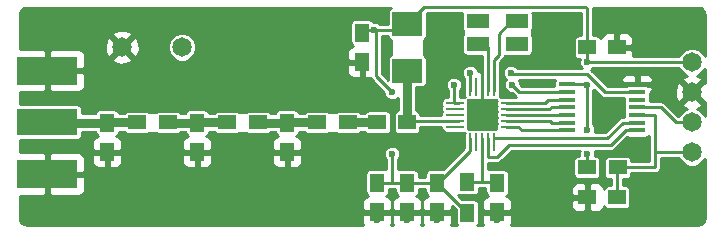
<source format=gtl>
G04 #@! TF.FileFunction,Copper,L1,Top,Signal*
%FSLAX46Y46*%
G04 Gerber Fmt 4.6, Leading zero omitted, Abs format (unit mm)*
G04 Created by KiCad (PCBNEW 0.201511192131+6326~38~ubuntu14.04.1-stable) date Sun 22 Nov 2015 09:07:30 PM CST*
%MOMM*%
G01*
G04 APERTURE LIST*
%ADD10C,0.127000*%
%ADD11R,1.250000X1.500000*%
%ADD12R,1.500000X1.250000*%
%ADD13R,1.501140X1.198880*%
%ADD14R,2.500000X2.000000*%
%ADD15C,0.711200*%
%ADD16R,0.889000X0.457200*%
%ADD17R,5.080000X2.413000*%
%ADD18R,5.080000X2.286000*%
%ADD19C,1.651000*%
%ADD20R,1.198880X1.501140*%
%ADD21R,1.450000X0.450000*%
%ADD22R,1.900000X1.200000*%
%ADD23R,1.500000X0.250000*%
%ADD24R,0.250000X1.500000*%
%ADD25C,0.600000*%
%ADD26C,0.250000*%
%ADD27C,0.787400*%
%ADD28C,0.254000*%
G04 APERTURE END LIST*
D10*
D11*
X95250000Y-109200000D03*
X95250000Y-106700000D03*
X102870000Y-109200000D03*
X102870000Y-106700000D03*
X110490000Y-109200000D03*
X110490000Y-106700000D03*
D12*
X120630000Y-106680000D03*
X118130000Y-106680000D03*
D11*
X116840000Y-99080000D03*
X116840000Y-101580000D03*
X118110000Y-111780000D03*
X118110000Y-114280000D03*
X120650000Y-111780000D03*
X120650000Y-114280000D03*
X123190000Y-111780000D03*
X123190000Y-114280000D03*
X128270000Y-111780000D03*
X128270000Y-114280000D03*
D12*
X138410000Y-100330000D03*
X135910000Y-100330000D03*
X135910000Y-113030000D03*
X138410000Y-113030000D03*
D13*
X100360480Y-106680000D03*
X97759520Y-106680000D03*
X107980480Y-106680000D03*
X105379520Y-106680000D03*
X115600480Y-106680000D03*
X112999520Y-106680000D03*
D14*
X120650000Y-102330000D03*
X120650000Y-98330000D03*
D15*
X93599000Y-111061500D03*
D16*
X93154500Y-111061500D03*
D17*
X90170000Y-111061500D03*
D18*
X90170000Y-106680000D03*
D17*
X90170000Y-102298500D03*
D16*
X93154500Y-102298500D03*
D15*
X93599000Y-102298500D03*
D19*
X144780000Y-101600000D03*
X144780000Y-104140000D03*
X144780000Y-106680000D03*
X144780000Y-109220000D03*
D20*
X125730000Y-111729520D03*
X125730000Y-114330480D03*
D13*
X135859520Y-110490000D03*
X138460480Y-110490000D03*
D21*
X134210000Y-103460000D03*
X134210000Y-104110000D03*
X134210000Y-104760000D03*
X134210000Y-105410000D03*
X134210000Y-106060000D03*
X134210000Y-106710000D03*
X134210000Y-107360000D03*
X140110000Y-107360000D03*
X140110000Y-106710000D03*
X140110000Y-106060000D03*
X140110000Y-105410000D03*
X140110000Y-104760000D03*
X140110000Y-104110000D03*
X140110000Y-103460000D03*
D22*
X126620000Y-98060000D03*
X129920000Y-100060000D03*
X126620000Y-100060000D03*
X129920000Y-98060000D03*
D19*
X96520000Y-100330000D03*
X101600000Y-100330000D03*
D23*
X129330000Y-105045000D03*
X124670000Y-105045000D03*
X124670000Y-105545000D03*
X124670000Y-106045000D03*
X124670000Y-106545000D03*
X124670000Y-107045000D03*
X129330000Y-107045000D03*
X129330000Y-106545000D03*
X129330000Y-106045000D03*
X129330000Y-105545000D03*
D24*
X128000000Y-108375000D03*
D10*
G36*
X125700000Y-107345000D02*
X125700000Y-104745000D01*
X128300000Y-104745000D01*
X128300000Y-107345000D01*
X125700000Y-107345000D01*
X125700000Y-107345000D01*
G37*
D24*
X126000000Y-108375000D03*
X126500000Y-108375000D03*
X127000000Y-108375000D03*
X127500000Y-108375000D03*
X128000000Y-103715000D03*
X127500000Y-103715000D03*
X127000000Y-103715000D03*
X126500000Y-103715000D03*
X126000000Y-103715000D03*
D25*
X131953000Y-100330000D03*
X138430000Y-98552000D03*
X131953000Y-103378000D03*
X118745000Y-100965000D03*
X115824000Y-97409000D03*
X112395000Y-108585000D03*
X113665000Y-108585000D03*
X114935000Y-108585000D03*
X116205000Y-108585000D03*
X117475000Y-108585000D03*
X118745000Y-108585000D03*
X120015000Y-108585000D03*
X121285000Y-108585000D03*
X122555000Y-107950000D03*
X123190000Y-102235000D03*
X122555000Y-105410000D03*
X114935000Y-104775000D03*
X114935000Y-102743000D03*
X114935000Y-100838000D03*
X111252000Y-100838000D03*
X111252000Y-102743000D03*
X113030000Y-97409000D03*
X97155000Y-104775000D03*
X98425000Y-104775000D03*
X99695000Y-104775000D03*
X100965000Y-104775000D03*
X102235000Y-104775000D03*
X103505000Y-104775000D03*
X104775000Y-104775000D03*
X106045000Y-104775000D03*
X107315000Y-104775000D03*
X108585000Y-104775000D03*
X109855000Y-104775000D03*
X111125000Y-104775000D03*
X112395000Y-104775000D03*
X113665000Y-104775000D03*
X116205000Y-104775000D03*
X117475000Y-104775000D03*
X118745000Y-104775000D03*
X137795000Y-103505000D03*
X137795000Y-104902000D03*
X95250000Y-111125000D03*
X102870000Y-111125000D03*
X110490000Y-111125000D03*
X135890000Y-114935000D03*
X142875000Y-100330000D03*
X90170000Y-114300000D03*
X90170000Y-99060000D03*
X133985000Y-113030000D03*
X108585000Y-108585000D03*
X107315000Y-108585000D03*
X106045000Y-108585000D03*
X104775000Y-108585000D03*
X100965000Y-108585000D03*
X99695000Y-108585000D03*
X98425000Y-108585000D03*
X97155000Y-108585000D03*
X118110000Y-114935000D03*
X120650000Y-114935000D03*
X128270000Y-114935000D03*
X123190000Y-114935000D03*
X127762000Y-105283000D03*
X127762000Y-106807000D03*
X127000000Y-106045000D03*
X126238000Y-105283000D03*
X126238000Y-106807000D03*
X119380000Y-104140000D03*
X119380000Y-109347000D03*
X117840000Y-98828860D03*
X135890000Y-109347000D03*
X135890000Y-107315000D03*
X135910000Y-101600000D03*
X135890000Y-103505000D03*
X124587000Y-103505000D03*
X129540000Y-103505000D03*
X125984000Y-102489000D03*
X129413000Y-102489000D03*
D26*
X127000000Y-104045000D02*
X127000000Y-101981000D01*
X126365000Y-101346000D02*
X124587000Y-101346000D01*
X127000000Y-101981000D02*
X126365000Y-101346000D01*
X138410000Y-98572000D02*
X138410000Y-100330000D01*
X138410000Y-98572000D02*
X138430000Y-98552000D01*
X114935000Y-108585000D02*
X116205000Y-108585000D01*
X111780000Y-109200000D02*
X112395000Y-108585000D01*
X113665000Y-108585000D02*
X114935000Y-108585000D01*
X116205000Y-108585000D02*
X117475000Y-108585000D01*
X118745000Y-108585000D02*
X120015000Y-108585000D01*
X121285000Y-108585000D02*
X121920000Y-107950000D01*
X121920000Y-107950000D02*
X122555000Y-107950000D01*
X110490000Y-109200000D02*
X111780000Y-109200000D01*
X117475000Y-108585000D02*
X118745000Y-108585000D01*
X123190000Y-104775000D02*
X123190000Y-102235000D01*
X122555000Y-105410000D02*
X123190000Y-104775000D01*
X114935000Y-100838000D02*
X114935000Y-102743000D01*
X111252000Y-102743000D02*
X111252000Y-100838000D01*
X113665000Y-104775000D02*
X114935000Y-104775000D01*
X97155000Y-104775000D02*
X98425000Y-104775000D01*
X99695000Y-104775000D02*
X100965000Y-104775000D01*
X102235000Y-104775000D02*
X103505000Y-104775000D01*
X104775000Y-104775000D02*
X106045000Y-104775000D01*
X107315000Y-104775000D02*
X108585000Y-104775000D01*
X109855000Y-104775000D02*
X111125000Y-104775000D01*
X112395000Y-104775000D02*
X113665000Y-104775000D01*
X114935000Y-104775000D02*
X116205000Y-104775000D01*
X118745000Y-104775000D02*
X117475000Y-104775000D01*
X137840000Y-103460000D02*
X137795000Y-103505000D01*
X137840000Y-103460000D02*
X140110000Y-103460000D01*
X95250000Y-109200000D02*
X95250000Y-111125000D01*
X102870000Y-109200000D02*
X102870000Y-111125000D01*
X110490000Y-109200000D02*
X110490000Y-111125000D01*
X135910000Y-113030000D02*
X135910000Y-114915000D01*
X135910000Y-114915000D02*
X135890000Y-114935000D01*
X138410000Y-100330000D02*
X142875000Y-100330000D01*
X90170000Y-111061500D02*
X90170000Y-114300000D01*
X90170000Y-102298500D02*
X90170000Y-99060000D01*
X135910000Y-113030000D02*
X133985000Y-113030000D01*
X102870000Y-109200000D02*
X104160000Y-109200000D01*
X106045000Y-108585000D02*
X107315000Y-108585000D01*
X104160000Y-109200000D02*
X104775000Y-108585000D01*
X95250000Y-109200000D02*
X96540000Y-109200000D01*
X98425000Y-108585000D02*
X99695000Y-108585000D01*
X96540000Y-109200000D02*
X97155000Y-108585000D01*
X118110000Y-114280000D02*
X118110000Y-114935000D01*
X120650000Y-114280000D02*
X120650000Y-114935000D01*
X128270000Y-114280000D02*
X128270000Y-114935000D01*
X123190000Y-114280000D02*
X123190000Y-114935000D01*
X127762000Y-105283000D02*
X127000000Y-106045000D01*
X127762000Y-106807000D02*
X127000000Y-106045000D01*
X127000000Y-104045000D02*
X127000000Y-106045000D01*
X126238000Y-105283000D02*
X127000000Y-106045000D01*
X126238000Y-106807000D02*
X127000000Y-106045000D01*
D27*
X95250000Y-106700000D02*
X90190000Y-106700000D01*
X90190000Y-106700000D02*
X90170000Y-106680000D01*
X97759520Y-106680000D02*
X95270000Y-106680000D01*
X95270000Y-106680000D02*
X95250000Y-106700000D01*
X102870000Y-106700000D02*
X100380480Y-106700000D01*
X100380480Y-106700000D02*
X100360480Y-106680000D01*
X105379520Y-106680000D02*
X102890000Y-106680000D01*
X102890000Y-106680000D02*
X102870000Y-106700000D01*
X110490000Y-106700000D02*
X108000480Y-106700000D01*
X108000480Y-106700000D02*
X107980480Y-106680000D01*
X112999520Y-106680000D02*
X110510000Y-106680000D01*
X110510000Y-106680000D02*
X110490000Y-106700000D01*
X120630000Y-106680000D02*
X120630000Y-102350000D01*
X120630000Y-102350000D02*
X120650000Y-102330000D01*
D26*
X125000000Y-106545000D02*
X120765000Y-106545000D01*
X120765000Y-106545000D02*
X120630000Y-106680000D01*
D27*
X118130000Y-106680000D02*
X115600480Y-106680000D01*
D26*
X117840000Y-98828860D02*
X120151140Y-98828860D01*
X120151140Y-98828860D02*
X120650000Y-98330000D01*
X119380000Y-111780000D02*
X119380000Y-109347000D01*
X117983000Y-98971860D02*
X117840000Y-98828860D01*
X117983000Y-102743000D02*
X117983000Y-98971860D01*
X119380000Y-104140000D02*
X117983000Y-102743000D01*
X117840000Y-98828860D02*
X117091140Y-98828860D01*
X117091140Y-98828860D02*
X116840000Y-99080000D01*
X120650000Y-98330000D02*
X120344000Y-98330000D01*
X135859520Y-109377480D02*
X135890000Y-109347000D01*
X135859520Y-110490000D02*
X135859520Y-109377480D01*
X135890000Y-107315000D02*
X135890000Y-103505000D01*
X135910000Y-100330000D02*
X135910000Y-97048000D01*
X135910000Y-97048000D02*
X135763000Y-96901000D01*
X135763000Y-96901000D02*
X122079000Y-96901000D01*
X122079000Y-96901000D02*
X120650000Y-98330000D01*
X144780000Y-101600000D02*
X135910000Y-101600000D01*
X135910000Y-101600000D02*
X136017000Y-101600000D01*
X136017000Y-101600000D02*
X135910000Y-101600000D01*
X134210000Y-103460000D02*
X135845000Y-103460000D01*
X135845000Y-103460000D02*
X135890000Y-103505000D01*
X135910000Y-101600000D02*
X135910000Y-100330000D01*
X135890000Y-103505000D02*
X135910000Y-103485000D01*
X135859520Y-100380480D02*
X135910000Y-100330000D01*
X119900000Y-99080000D02*
X120650000Y-98330000D01*
X118110000Y-111780000D02*
X119380000Y-111780000D01*
X119380000Y-111780000D02*
X120650000Y-111780000D01*
X120650000Y-111780000D02*
X123190000Y-111780000D01*
X125730000Y-114330480D02*
X125730000Y-114320000D01*
X125730000Y-114320000D02*
X123190000Y-111780000D01*
X126000000Y-108045000D02*
X126000000Y-109077000D01*
X126000000Y-109077000D02*
X123297000Y-111780000D01*
X123297000Y-111780000D02*
X123190000Y-111780000D01*
X127000000Y-108045000D02*
X127000000Y-111729520D01*
X127000000Y-111729520D02*
X127000000Y-111760000D01*
X127000000Y-111760000D02*
X127000000Y-111729520D01*
X125730000Y-111729520D02*
X127000000Y-111729520D01*
X127000000Y-111729520D02*
X128219520Y-111729520D01*
X128219520Y-111729520D02*
X128270000Y-111780000D01*
X141605000Y-109220000D02*
X141605000Y-110490000D01*
X140335000Y-110490000D02*
X138460480Y-110490000D01*
X141605000Y-110490000D02*
X140335000Y-110490000D01*
X141605000Y-109220000D02*
X141605000Y-106075000D01*
X144780000Y-109220000D02*
X141605000Y-109220000D01*
X141590000Y-106060000D02*
X140110000Y-106060000D01*
X141605000Y-106075000D02*
X141590000Y-106060000D01*
X138410000Y-113030000D02*
X138410000Y-110540480D01*
X138410000Y-110540480D02*
X138460480Y-110490000D01*
X144780000Y-106680000D02*
X143383000Y-106680000D01*
X142113000Y-105410000D02*
X140110000Y-105410000D01*
X143383000Y-106680000D02*
X142113000Y-105410000D01*
X129000000Y-105045000D02*
X132318000Y-105045000D01*
X132603000Y-104760000D02*
X134210000Y-104760000D01*
X132318000Y-105045000D02*
X132603000Y-104760000D01*
X125000000Y-105045000D02*
X124603000Y-105045000D01*
X124603000Y-105045000D02*
X124587000Y-105029000D01*
X124587000Y-105029000D02*
X124587000Y-103505000D01*
X129540000Y-103505000D02*
X130145000Y-104110000D01*
X130145000Y-104110000D02*
X134210000Y-104110000D01*
X134210000Y-107360000D02*
X130347000Y-107360000D01*
X130347000Y-107360000D02*
X130032000Y-107045000D01*
X130032000Y-107045000D02*
X129000000Y-107045000D01*
X129000000Y-106545000D02*
X132707000Y-106545000D01*
X132872000Y-106710000D02*
X134210000Y-106710000D01*
X132707000Y-106545000D02*
X132872000Y-106710000D01*
X129000000Y-106045000D02*
X134195000Y-106045000D01*
X134195000Y-106045000D02*
X134210000Y-106060000D01*
X129000000Y-105545000D02*
X132707000Y-105545000D01*
X132842000Y-105410000D02*
X134210000Y-105410000D01*
X132707000Y-105545000D02*
X132842000Y-105410000D01*
X128000000Y-108045000D02*
X137573000Y-108045000D01*
X138908000Y-106710000D02*
X140110000Y-106710000D01*
X137573000Y-108045000D02*
X138908000Y-106710000D01*
X127500000Y-108045000D02*
X127500000Y-109593000D01*
X139147000Y-107360000D02*
X140110000Y-107360000D01*
X137922000Y-108585000D02*
X139147000Y-107360000D01*
X129286000Y-108585000D02*
X137922000Y-108585000D01*
X128270000Y-109601000D02*
X129286000Y-108585000D01*
X127508000Y-109601000D02*
X128270000Y-109601000D01*
X127500000Y-109593000D02*
X127508000Y-109601000D01*
X128000000Y-104045000D02*
X128000000Y-101362000D01*
X128397000Y-99158000D02*
X129420000Y-98135000D01*
X128397000Y-100965000D02*
X128397000Y-99158000D01*
X128000000Y-101362000D02*
X128397000Y-100965000D01*
X127500000Y-104045000D02*
X127500000Y-100365000D01*
X127500000Y-100365000D02*
X127120000Y-99985000D01*
X126000000Y-104045000D02*
X126000000Y-102505000D01*
X126000000Y-102505000D02*
X125984000Y-102489000D01*
X137414000Y-104140000D02*
X140080000Y-104140000D01*
X135890000Y-102616000D02*
X137414000Y-104140000D01*
X129540000Y-102616000D02*
X135890000Y-102616000D01*
X129413000Y-102489000D02*
X129540000Y-102616000D01*
X140080000Y-104140000D02*
X140110000Y-104110000D01*
X140080000Y-104140000D02*
X140110000Y-104110000D01*
D28*
G36*
X141099000Y-109984000D02*
X139599514Y-109984000D01*
X139599514Y-109890560D01*
X139572947Y-109749370D01*
X139489504Y-109619695D01*
X139362184Y-109532701D01*
X139211050Y-109502096D01*
X137709910Y-109502096D01*
X137568720Y-109528663D01*
X137439045Y-109612106D01*
X137352051Y-109739426D01*
X137321446Y-109890560D01*
X137321446Y-111089440D01*
X137348013Y-111230630D01*
X137431456Y-111360305D01*
X137558776Y-111447299D01*
X137709910Y-111477904D01*
X137904000Y-111477904D01*
X137904000Y-112016536D01*
X137660000Y-112016536D01*
X137518810Y-112043103D01*
X137389135Y-112126546D01*
X137302141Y-112253866D01*
X137295000Y-112289130D01*
X137295000Y-112278690D01*
X137198327Y-112045301D01*
X137019698Y-111866673D01*
X136786309Y-111770000D01*
X136195750Y-111770000D01*
X136037000Y-111928750D01*
X136037000Y-112903000D01*
X136057000Y-112903000D01*
X136057000Y-113157000D01*
X136037000Y-113157000D01*
X136037000Y-114131250D01*
X136195750Y-114290000D01*
X136786309Y-114290000D01*
X137019698Y-114193327D01*
X137198327Y-114014699D01*
X137295000Y-113781310D01*
X137295000Y-113779699D01*
X137298103Y-113796190D01*
X137381546Y-113925865D01*
X137508866Y-114012859D01*
X137660000Y-114043464D01*
X139160000Y-114043464D01*
X139301190Y-114016897D01*
X139430865Y-113933454D01*
X139517859Y-113806134D01*
X139548464Y-113655000D01*
X139548464Y-112405000D01*
X139521897Y-112263810D01*
X139438454Y-112134135D01*
X139311134Y-112047141D01*
X139160000Y-112016536D01*
X138916000Y-112016536D01*
X138916000Y-111477904D01*
X139211050Y-111477904D01*
X139352240Y-111451337D01*
X139481915Y-111367894D01*
X139568909Y-111240574D01*
X139599514Y-111089440D01*
X139599514Y-110996000D01*
X141605000Y-110996000D01*
X141798638Y-110957483D01*
X141962796Y-110847796D01*
X142072483Y-110683638D01*
X142111000Y-110490000D01*
X142111000Y-109726000D01*
X143683640Y-109726000D01*
X143756582Y-109902535D01*
X144095680Y-110242225D01*
X144538959Y-110426290D01*
X145018935Y-110426709D01*
X145462535Y-110243418D01*
X145802225Y-109904320D01*
X145848000Y-109794081D01*
X145848000Y-114763089D01*
X145797120Y-115018882D01*
X145677662Y-115197662D01*
X145498882Y-115317120D01*
X145243089Y-115368000D01*
X129442315Y-115368000D01*
X129530000Y-115156309D01*
X129530000Y-114565750D01*
X129371250Y-114407000D01*
X128397000Y-114407000D01*
X128397000Y-114427000D01*
X128143000Y-114427000D01*
X128143000Y-114407000D01*
X127168750Y-114407000D01*
X127010000Y-114565750D01*
X127010000Y-115156309D01*
X127097685Y-115368000D01*
X126587102Y-115368000D01*
X126600305Y-115359504D01*
X126687299Y-115232184D01*
X126717904Y-115081050D01*
X126717904Y-113579910D01*
X126691337Y-113438720D01*
X126607894Y-113309045D01*
X126480574Y-113222051D01*
X126329440Y-113191446D01*
X125317038Y-113191446D01*
X124929273Y-112803681D01*
X124979426Y-112837949D01*
X125130560Y-112868554D01*
X126329440Y-112868554D01*
X126470630Y-112841987D01*
X126600305Y-112758544D01*
X126687299Y-112631224D01*
X126717904Y-112480090D01*
X126717904Y-112235520D01*
X126846767Y-112235520D01*
X127000000Y-112266000D01*
X127153233Y-112235520D01*
X127256536Y-112235520D01*
X127256536Y-112530000D01*
X127283103Y-112671190D01*
X127366546Y-112800865D01*
X127493866Y-112887859D01*
X127529130Y-112895000D01*
X127518690Y-112895000D01*
X127285301Y-112991673D01*
X127106673Y-113170302D01*
X127010000Y-113403691D01*
X127010000Y-113994250D01*
X127168750Y-114153000D01*
X128143000Y-114153000D01*
X128143000Y-114133000D01*
X128397000Y-114133000D01*
X128397000Y-114153000D01*
X129371250Y-114153000D01*
X129530000Y-113994250D01*
X129530000Y-113403691D01*
X129493574Y-113315750D01*
X134525000Y-113315750D01*
X134525000Y-113781310D01*
X134621673Y-114014699D01*
X134800302Y-114193327D01*
X135033691Y-114290000D01*
X135624250Y-114290000D01*
X135783000Y-114131250D01*
X135783000Y-113157000D01*
X134683750Y-113157000D01*
X134525000Y-113315750D01*
X129493574Y-113315750D01*
X129433327Y-113170302D01*
X129254699Y-112991673D01*
X129021310Y-112895000D01*
X129019699Y-112895000D01*
X129036190Y-112891897D01*
X129165865Y-112808454D01*
X129252859Y-112681134D01*
X129283464Y-112530000D01*
X129283464Y-112278690D01*
X134525000Y-112278690D01*
X134525000Y-112744250D01*
X134683750Y-112903000D01*
X135783000Y-112903000D01*
X135783000Y-111928750D01*
X135624250Y-111770000D01*
X135033691Y-111770000D01*
X134800302Y-111866673D01*
X134621673Y-112045301D01*
X134525000Y-112278690D01*
X129283464Y-112278690D01*
X129283464Y-111030000D01*
X129256897Y-110888810D01*
X129173454Y-110759135D01*
X129046134Y-110672141D01*
X128895000Y-110641536D01*
X127645000Y-110641536D01*
X127506000Y-110667691D01*
X127506000Y-110106602D01*
X127508000Y-110107000D01*
X128270000Y-110107000D01*
X128463638Y-110068483D01*
X128627796Y-109958796D01*
X129495592Y-109091000D01*
X135258924Y-109091000D01*
X135209118Y-109210946D01*
X135208882Y-109481865D01*
X135217241Y-109502096D01*
X135108950Y-109502096D01*
X134967760Y-109528663D01*
X134838085Y-109612106D01*
X134751091Y-109739426D01*
X134720486Y-109890560D01*
X134720486Y-111089440D01*
X134747053Y-111230630D01*
X134830496Y-111360305D01*
X134957816Y-111447299D01*
X135108950Y-111477904D01*
X136610090Y-111477904D01*
X136751280Y-111451337D01*
X136880955Y-111367894D01*
X136967949Y-111240574D01*
X136998554Y-111089440D01*
X136998554Y-109890560D01*
X136971987Y-109749370D01*
X136888544Y-109619695D01*
X136761224Y-109532701D01*
X136610090Y-109502096D01*
X136562975Y-109502096D01*
X136570882Y-109483054D01*
X136571118Y-109212135D01*
X136521066Y-109091000D01*
X137922000Y-109091000D01*
X138115638Y-109052483D01*
X138279796Y-108942796D01*
X139272009Y-107950583D01*
X139385000Y-107973464D01*
X140835000Y-107973464D01*
X140976190Y-107946897D01*
X141099000Y-107867871D01*
X141099000Y-109984000D01*
X141099000Y-109984000D01*
G37*
X141099000Y-109984000D02*
X139599514Y-109984000D01*
X139599514Y-109890560D01*
X139572947Y-109749370D01*
X139489504Y-109619695D01*
X139362184Y-109532701D01*
X139211050Y-109502096D01*
X137709910Y-109502096D01*
X137568720Y-109528663D01*
X137439045Y-109612106D01*
X137352051Y-109739426D01*
X137321446Y-109890560D01*
X137321446Y-111089440D01*
X137348013Y-111230630D01*
X137431456Y-111360305D01*
X137558776Y-111447299D01*
X137709910Y-111477904D01*
X137904000Y-111477904D01*
X137904000Y-112016536D01*
X137660000Y-112016536D01*
X137518810Y-112043103D01*
X137389135Y-112126546D01*
X137302141Y-112253866D01*
X137295000Y-112289130D01*
X137295000Y-112278690D01*
X137198327Y-112045301D01*
X137019698Y-111866673D01*
X136786309Y-111770000D01*
X136195750Y-111770000D01*
X136037000Y-111928750D01*
X136037000Y-112903000D01*
X136057000Y-112903000D01*
X136057000Y-113157000D01*
X136037000Y-113157000D01*
X136037000Y-114131250D01*
X136195750Y-114290000D01*
X136786309Y-114290000D01*
X137019698Y-114193327D01*
X137198327Y-114014699D01*
X137295000Y-113781310D01*
X137295000Y-113779699D01*
X137298103Y-113796190D01*
X137381546Y-113925865D01*
X137508866Y-114012859D01*
X137660000Y-114043464D01*
X139160000Y-114043464D01*
X139301190Y-114016897D01*
X139430865Y-113933454D01*
X139517859Y-113806134D01*
X139548464Y-113655000D01*
X139548464Y-112405000D01*
X139521897Y-112263810D01*
X139438454Y-112134135D01*
X139311134Y-112047141D01*
X139160000Y-112016536D01*
X138916000Y-112016536D01*
X138916000Y-111477904D01*
X139211050Y-111477904D01*
X139352240Y-111451337D01*
X139481915Y-111367894D01*
X139568909Y-111240574D01*
X139599514Y-111089440D01*
X139599514Y-110996000D01*
X141605000Y-110996000D01*
X141798638Y-110957483D01*
X141962796Y-110847796D01*
X142072483Y-110683638D01*
X142111000Y-110490000D01*
X142111000Y-109726000D01*
X143683640Y-109726000D01*
X143756582Y-109902535D01*
X144095680Y-110242225D01*
X144538959Y-110426290D01*
X145018935Y-110426709D01*
X145462535Y-110243418D01*
X145802225Y-109904320D01*
X145848000Y-109794081D01*
X145848000Y-114763089D01*
X145797120Y-115018882D01*
X145677662Y-115197662D01*
X145498882Y-115317120D01*
X145243089Y-115368000D01*
X129442315Y-115368000D01*
X129530000Y-115156309D01*
X129530000Y-114565750D01*
X129371250Y-114407000D01*
X128397000Y-114407000D01*
X128397000Y-114427000D01*
X128143000Y-114427000D01*
X128143000Y-114407000D01*
X127168750Y-114407000D01*
X127010000Y-114565750D01*
X127010000Y-115156309D01*
X127097685Y-115368000D01*
X126587102Y-115368000D01*
X126600305Y-115359504D01*
X126687299Y-115232184D01*
X126717904Y-115081050D01*
X126717904Y-113579910D01*
X126691337Y-113438720D01*
X126607894Y-113309045D01*
X126480574Y-113222051D01*
X126329440Y-113191446D01*
X125317038Y-113191446D01*
X124929273Y-112803681D01*
X124979426Y-112837949D01*
X125130560Y-112868554D01*
X126329440Y-112868554D01*
X126470630Y-112841987D01*
X126600305Y-112758544D01*
X126687299Y-112631224D01*
X126717904Y-112480090D01*
X126717904Y-112235520D01*
X126846767Y-112235520D01*
X127000000Y-112266000D01*
X127153233Y-112235520D01*
X127256536Y-112235520D01*
X127256536Y-112530000D01*
X127283103Y-112671190D01*
X127366546Y-112800865D01*
X127493866Y-112887859D01*
X127529130Y-112895000D01*
X127518690Y-112895000D01*
X127285301Y-112991673D01*
X127106673Y-113170302D01*
X127010000Y-113403691D01*
X127010000Y-113994250D01*
X127168750Y-114153000D01*
X128143000Y-114153000D01*
X128143000Y-114133000D01*
X128397000Y-114133000D01*
X128397000Y-114153000D01*
X129371250Y-114153000D01*
X129530000Y-113994250D01*
X129530000Y-113403691D01*
X129493574Y-113315750D01*
X134525000Y-113315750D01*
X134525000Y-113781310D01*
X134621673Y-114014699D01*
X134800302Y-114193327D01*
X135033691Y-114290000D01*
X135624250Y-114290000D01*
X135783000Y-114131250D01*
X135783000Y-113157000D01*
X134683750Y-113157000D01*
X134525000Y-113315750D01*
X129493574Y-113315750D01*
X129433327Y-113170302D01*
X129254699Y-112991673D01*
X129021310Y-112895000D01*
X129019699Y-112895000D01*
X129036190Y-112891897D01*
X129165865Y-112808454D01*
X129252859Y-112681134D01*
X129283464Y-112530000D01*
X129283464Y-112278690D01*
X134525000Y-112278690D01*
X134525000Y-112744250D01*
X134683750Y-112903000D01*
X135783000Y-112903000D01*
X135783000Y-111928750D01*
X135624250Y-111770000D01*
X135033691Y-111770000D01*
X134800302Y-111866673D01*
X134621673Y-112045301D01*
X134525000Y-112278690D01*
X129283464Y-112278690D01*
X129283464Y-111030000D01*
X129256897Y-110888810D01*
X129173454Y-110759135D01*
X129046134Y-110672141D01*
X128895000Y-110641536D01*
X127645000Y-110641536D01*
X127506000Y-110667691D01*
X127506000Y-110106602D01*
X127508000Y-110107000D01*
X128270000Y-110107000D01*
X128463638Y-110068483D01*
X128627796Y-109958796D01*
X129495592Y-109091000D01*
X135258924Y-109091000D01*
X135209118Y-109210946D01*
X135208882Y-109481865D01*
X135217241Y-109502096D01*
X135108950Y-109502096D01*
X134967760Y-109528663D01*
X134838085Y-109612106D01*
X134751091Y-109739426D01*
X134720486Y-109890560D01*
X134720486Y-111089440D01*
X134747053Y-111230630D01*
X134830496Y-111360305D01*
X134957816Y-111447299D01*
X135108950Y-111477904D01*
X136610090Y-111477904D01*
X136751280Y-111451337D01*
X136880955Y-111367894D01*
X136967949Y-111240574D01*
X136998554Y-111089440D01*
X136998554Y-109890560D01*
X136971987Y-109749370D01*
X136888544Y-109619695D01*
X136761224Y-109532701D01*
X136610090Y-109502096D01*
X136562975Y-109502096D01*
X136570882Y-109483054D01*
X136571118Y-109212135D01*
X136521066Y-109091000D01*
X137922000Y-109091000D01*
X138115638Y-109052483D01*
X138279796Y-108942796D01*
X139272009Y-107950583D01*
X139385000Y-107973464D01*
X140835000Y-107973464D01*
X140976190Y-107946897D01*
X141099000Y-107867871D01*
X141099000Y-109984000D01*
G36*
X119129135Y-97051546D02*
X119042141Y-97178866D01*
X119011536Y-97330000D01*
X119011536Y-98322860D01*
X118297123Y-98322860D01*
X118226259Y-98251873D01*
X117976054Y-98147978D01*
X117800524Y-98147825D01*
X117743454Y-98059135D01*
X117616134Y-97972141D01*
X117465000Y-97941536D01*
X116215000Y-97941536D01*
X116073810Y-97968103D01*
X115944135Y-98051546D01*
X115857141Y-98178866D01*
X115826536Y-98330000D01*
X115826536Y-99830000D01*
X115853103Y-99971190D01*
X115936546Y-100100865D01*
X116063866Y-100187859D01*
X116099130Y-100195000D01*
X116088690Y-100195000D01*
X115855301Y-100291673D01*
X115676673Y-100470302D01*
X115580000Y-100703691D01*
X115580000Y-101294250D01*
X115738750Y-101453000D01*
X116713000Y-101453000D01*
X116713000Y-101433000D01*
X116967000Y-101433000D01*
X116967000Y-101453000D01*
X116987000Y-101453000D01*
X116987000Y-101707000D01*
X116967000Y-101707000D01*
X116967000Y-102806250D01*
X117125750Y-102965000D01*
X117534468Y-102965000D01*
X117625204Y-103100796D01*
X118698969Y-104174561D01*
X118698882Y-104274865D01*
X118802339Y-104525252D01*
X118993741Y-104716987D01*
X119243946Y-104820882D01*
X119514865Y-104821118D01*
X119765252Y-104717661D01*
X119855300Y-104627769D01*
X119855300Y-105671184D01*
X119738810Y-105693103D01*
X119609135Y-105776546D01*
X119522141Y-105903866D01*
X119491536Y-106055000D01*
X119491536Y-107305000D01*
X119518103Y-107446190D01*
X119601546Y-107575865D01*
X119728866Y-107662859D01*
X119880000Y-107693464D01*
X121380000Y-107693464D01*
X121521190Y-107666897D01*
X121650865Y-107583454D01*
X121737859Y-107456134D01*
X121768464Y-107305000D01*
X121768464Y-107051000D01*
X123531536Y-107051000D01*
X123531536Y-107170000D01*
X123558103Y-107311190D01*
X123641546Y-107440865D01*
X123768866Y-107527859D01*
X123920000Y-107558464D01*
X125420000Y-107558464D01*
X125503179Y-107542813D01*
X125486536Y-107625000D01*
X125486536Y-108874872D01*
X123719872Y-110641536D01*
X122565000Y-110641536D01*
X122423810Y-110668103D01*
X122294135Y-110751546D01*
X122207141Y-110878866D01*
X122176536Y-111030000D01*
X122176536Y-111274000D01*
X121663464Y-111274000D01*
X121663464Y-111030000D01*
X121636897Y-110888810D01*
X121553454Y-110759135D01*
X121426134Y-110672141D01*
X121275000Y-110641536D01*
X120025000Y-110641536D01*
X119886000Y-110667691D01*
X119886000Y-109804123D01*
X119956987Y-109733259D01*
X120060882Y-109483054D01*
X120061118Y-109212135D01*
X119957661Y-108961748D01*
X119766259Y-108770013D01*
X119516054Y-108666118D01*
X119245135Y-108665882D01*
X118994748Y-108769339D01*
X118803013Y-108960741D01*
X118699118Y-109210946D01*
X118698882Y-109481865D01*
X118802339Y-109732252D01*
X118874000Y-109804038D01*
X118874000Y-110669684D01*
X118735000Y-110641536D01*
X117485000Y-110641536D01*
X117343810Y-110668103D01*
X117214135Y-110751546D01*
X117127141Y-110878866D01*
X117096536Y-111030000D01*
X117096536Y-112530000D01*
X117123103Y-112671190D01*
X117206546Y-112800865D01*
X117333866Y-112887859D01*
X117369130Y-112895000D01*
X117358690Y-112895000D01*
X117125301Y-112991673D01*
X116946673Y-113170302D01*
X116850000Y-113403691D01*
X116850000Y-113994250D01*
X117008750Y-114153000D01*
X117983000Y-114153000D01*
X117983000Y-114133000D01*
X118237000Y-114133000D01*
X118237000Y-114153000D01*
X119211250Y-114153000D01*
X119370000Y-113994250D01*
X119370000Y-113403691D01*
X119273327Y-113170302D01*
X119094699Y-112991673D01*
X118861310Y-112895000D01*
X118859699Y-112895000D01*
X118876190Y-112891897D01*
X119005865Y-112808454D01*
X119092859Y-112681134D01*
X119123464Y-112530000D01*
X119123464Y-112286000D01*
X119636536Y-112286000D01*
X119636536Y-112530000D01*
X119663103Y-112671190D01*
X119746546Y-112800865D01*
X119873866Y-112887859D01*
X119909130Y-112895000D01*
X119898690Y-112895000D01*
X119665301Y-112991673D01*
X119486673Y-113170302D01*
X119390000Y-113403691D01*
X119390000Y-113994250D01*
X119548750Y-114153000D01*
X120523000Y-114153000D01*
X120523000Y-114133000D01*
X120777000Y-114133000D01*
X120777000Y-114153000D01*
X121751250Y-114153000D01*
X121910000Y-113994250D01*
X121910000Y-113403691D01*
X121813327Y-113170302D01*
X121634699Y-112991673D01*
X121401310Y-112895000D01*
X121399699Y-112895000D01*
X121416190Y-112891897D01*
X121545865Y-112808454D01*
X121632859Y-112681134D01*
X121663464Y-112530000D01*
X121663464Y-112286000D01*
X122176536Y-112286000D01*
X122176536Y-112530000D01*
X122203103Y-112671190D01*
X122286546Y-112800865D01*
X122413866Y-112887859D01*
X122449130Y-112895000D01*
X122438690Y-112895000D01*
X122205301Y-112991673D01*
X122026673Y-113170302D01*
X121930000Y-113403691D01*
X121930000Y-113994250D01*
X122088750Y-114153000D01*
X123063000Y-114153000D01*
X123063000Y-114133000D01*
X123317000Y-114133000D01*
X123317000Y-114153000D01*
X124291250Y-114153000D01*
X124450000Y-113994250D01*
X124450000Y-113755592D01*
X124742096Y-114047688D01*
X124742096Y-115081050D01*
X124768663Y-115222240D01*
X124852106Y-115351915D01*
X124875647Y-115368000D01*
X124362315Y-115368000D01*
X124450000Y-115156309D01*
X124450000Y-114565750D01*
X124291250Y-114407000D01*
X123317000Y-114407000D01*
X123317000Y-114427000D01*
X123063000Y-114427000D01*
X123063000Y-114407000D01*
X122088750Y-114407000D01*
X121930000Y-114565750D01*
X121930000Y-115156309D01*
X122017685Y-115368000D01*
X121822315Y-115368000D01*
X121910000Y-115156309D01*
X121910000Y-114565750D01*
X121751250Y-114407000D01*
X120777000Y-114407000D01*
X120777000Y-114427000D01*
X120523000Y-114427000D01*
X120523000Y-114407000D01*
X119548750Y-114407000D01*
X119390000Y-114565750D01*
X119390000Y-115156309D01*
X119477685Y-115368000D01*
X119282315Y-115368000D01*
X119370000Y-115156309D01*
X119370000Y-114565750D01*
X119211250Y-114407000D01*
X118237000Y-114407000D01*
X118237000Y-114427000D01*
X117983000Y-114427000D01*
X117983000Y-114407000D01*
X117008750Y-114407000D01*
X116850000Y-114565750D01*
X116850000Y-115156309D01*
X116937685Y-115368000D01*
X88436911Y-115368000D01*
X88181118Y-115317120D01*
X88002338Y-115197662D01*
X87882880Y-115018882D01*
X87832000Y-114763089D01*
X87832000Y-112903000D01*
X89884250Y-112903000D01*
X90043000Y-112744250D01*
X90043000Y-111188500D01*
X90297000Y-111188500D01*
X90297000Y-112744250D01*
X90455750Y-112903000D01*
X92836310Y-112903000D01*
X93069699Y-112806327D01*
X93248327Y-112627698D01*
X93345000Y-112394309D01*
X93345000Y-111347250D01*
X93186250Y-111188500D01*
X90297000Y-111188500D01*
X90043000Y-111188500D01*
X90023000Y-111188500D01*
X90023000Y-110934500D01*
X90043000Y-110934500D01*
X90043000Y-109378750D01*
X90297000Y-109378750D01*
X90297000Y-110934500D01*
X93186250Y-110934500D01*
X93345000Y-110775750D01*
X93345000Y-109728691D01*
X93248327Y-109495302D01*
X93238776Y-109485750D01*
X93990000Y-109485750D01*
X93990000Y-110076309D01*
X94086673Y-110309698D01*
X94265301Y-110488327D01*
X94498690Y-110585000D01*
X94964250Y-110585000D01*
X95123000Y-110426250D01*
X95123000Y-109327000D01*
X95377000Y-109327000D01*
X95377000Y-110426250D01*
X95535750Y-110585000D01*
X96001310Y-110585000D01*
X96234699Y-110488327D01*
X96413327Y-110309698D01*
X96510000Y-110076309D01*
X96510000Y-109485750D01*
X101610000Y-109485750D01*
X101610000Y-110076309D01*
X101706673Y-110309698D01*
X101885301Y-110488327D01*
X102118690Y-110585000D01*
X102584250Y-110585000D01*
X102743000Y-110426250D01*
X102743000Y-109327000D01*
X102997000Y-109327000D01*
X102997000Y-110426250D01*
X103155750Y-110585000D01*
X103621310Y-110585000D01*
X103854699Y-110488327D01*
X104033327Y-110309698D01*
X104130000Y-110076309D01*
X104130000Y-109485750D01*
X109230000Y-109485750D01*
X109230000Y-110076309D01*
X109326673Y-110309698D01*
X109505301Y-110488327D01*
X109738690Y-110585000D01*
X110204250Y-110585000D01*
X110363000Y-110426250D01*
X110363000Y-109327000D01*
X110617000Y-109327000D01*
X110617000Y-110426250D01*
X110775750Y-110585000D01*
X111241310Y-110585000D01*
X111474699Y-110488327D01*
X111653327Y-110309698D01*
X111750000Y-110076309D01*
X111750000Y-109485750D01*
X111591250Y-109327000D01*
X110617000Y-109327000D01*
X110363000Y-109327000D01*
X109388750Y-109327000D01*
X109230000Y-109485750D01*
X104130000Y-109485750D01*
X103971250Y-109327000D01*
X102997000Y-109327000D01*
X102743000Y-109327000D01*
X101768750Y-109327000D01*
X101610000Y-109485750D01*
X96510000Y-109485750D01*
X96351250Y-109327000D01*
X95377000Y-109327000D01*
X95123000Y-109327000D01*
X94148750Y-109327000D01*
X93990000Y-109485750D01*
X93238776Y-109485750D01*
X93069699Y-109316673D01*
X92836310Y-109220000D01*
X90455750Y-109220000D01*
X90297000Y-109378750D01*
X90043000Y-109378750D01*
X89884250Y-109220000D01*
X87832000Y-109220000D01*
X87832000Y-108211464D01*
X92710000Y-108211464D01*
X92851190Y-108184897D01*
X92980865Y-108101454D01*
X93067859Y-107974134D01*
X93098464Y-107823000D01*
X93098464Y-107474700D01*
X94241184Y-107474700D01*
X94263103Y-107591190D01*
X94346546Y-107720865D01*
X94473866Y-107807859D01*
X94509130Y-107815000D01*
X94498690Y-107815000D01*
X94265301Y-107911673D01*
X94086673Y-108090302D01*
X93990000Y-108323691D01*
X93990000Y-108914250D01*
X94148750Y-109073000D01*
X95123000Y-109073000D01*
X95123000Y-109053000D01*
X95377000Y-109053000D01*
X95377000Y-109073000D01*
X96351250Y-109073000D01*
X96510000Y-108914250D01*
X96510000Y-108323691D01*
X96413327Y-108090302D01*
X96234699Y-107911673D01*
X96001310Y-107815000D01*
X95999699Y-107815000D01*
X96016190Y-107811897D01*
X96145865Y-107728454D01*
X96232859Y-107601134D01*
X96262512Y-107454700D01*
X96668976Y-107454700D01*
X96730496Y-107550305D01*
X96857816Y-107637299D01*
X97008950Y-107667904D01*
X98510090Y-107667904D01*
X98651280Y-107641337D01*
X98763696Y-107569000D01*
X99358817Y-107569000D01*
X99458776Y-107637299D01*
X99609910Y-107667904D01*
X101111050Y-107667904D01*
X101252240Y-107641337D01*
X101381915Y-107557894D01*
X101438759Y-107474700D01*
X101861184Y-107474700D01*
X101883103Y-107591190D01*
X101966546Y-107720865D01*
X102093866Y-107807859D01*
X102129130Y-107815000D01*
X102118690Y-107815000D01*
X101885301Y-107911673D01*
X101706673Y-108090302D01*
X101610000Y-108323691D01*
X101610000Y-108914250D01*
X101768750Y-109073000D01*
X102743000Y-109073000D01*
X102743000Y-109053000D01*
X102997000Y-109053000D01*
X102997000Y-109073000D01*
X103971250Y-109073000D01*
X104130000Y-108914250D01*
X104130000Y-108323691D01*
X104033327Y-108090302D01*
X103854699Y-107911673D01*
X103621310Y-107815000D01*
X103619699Y-107815000D01*
X103636190Y-107811897D01*
X103765865Y-107728454D01*
X103852859Y-107601134D01*
X103882512Y-107454700D01*
X104288976Y-107454700D01*
X104350496Y-107550305D01*
X104477816Y-107637299D01*
X104628950Y-107667904D01*
X106130090Y-107667904D01*
X106271280Y-107641337D01*
X106383696Y-107569000D01*
X106978817Y-107569000D01*
X107078776Y-107637299D01*
X107229910Y-107667904D01*
X108731050Y-107667904D01*
X108872240Y-107641337D01*
X109001915Y-107557894D01*
X109058759Y-107474700D01*
X109481184Y-107474700D01*
X109503103Y-107591190D01*
X109586546Y-107720865D01*
X109713866Y-107807859D01*
X109749130Y-107815000D01*
X109738690Y-107815000D01*
X109505301Y-107911673D01*
X109326673Y-108090302D01*
X109230000Y-108323691D01*
X109230000Y-108914250D01*
X109388750Y-109073000D01*
X110363000Y-109073000D01*
X110363000Y-109053000D01*
X110617000Y-109053000D01*
X110617000Y-109073000D01*
X111591250Y-109073000D01*
X111750000Y-108914250D01*
X111750000Y-108323691D01*
X111653327Y-108090302D01*
X111474699Y-107911673D01*
X111241310Y-107815000D01*
X111239699Y-107815000D01*
X111256190Y-107811897D01*
X111385865Y-107728454D01*
X111472859Y-107601134D01*
X111502512Y-107454700D01*
X111908976Y-107454700D01*
X111970496Y-107550305D01*
X112097816Y-107637299D01*
X112248950Y-107667904D01*
X113750090Y-107667904D01*
X113891280Y-107641337D01*
X114003696Y-107569000D01*
X114598817Y-107569000D01*
X114698776Y-107637299D01*
X114849910Y-107667904D01*
X116351050Y-107667904D01*
X116492240Y-107641337D01*
X116621915Y-107557894D01*
X116692424Y-107454700D01*
X117023579Y-107454700D01*
X117101546Y-107575865D01*
X117228866Y-107662859D01*
X117380000Y-107693464D01*
X118880000Y-107693464D01*
X119021190Y-107666897D01*
X119150865Y-107583454D01*
X119237859Y-107456134D01*
X119268464Y-107305000D01*
X119268464Y-106055000D01*
X119241897Y-105913810D01*
X119158454Y-105784135D01*
X119031134Y-105697141D01*
X118880000Y-105666536D01*
X117380000Y-105666536D01*
X117238810Y-105693103D01*
X117109135Y-105776546D01*
X117022141Y-105903866D01*
X117021851Y-105905300D01*
X116691024Y-105905300D01*
X116629504Y-105809695D01*
X116502184Y-105722701D01*
X116351050Y-105692096D01*
X114849910Y-105692096D01*
X114708720Y-105718663D01*
X114596304Y-105791000D01*
X114001183Y-105791000D01*
X113901224Y-105722701D01*
X113750090Y-105692096D01*
X112248950Y-105692096D01*
X112107760Y-105718663D01*
X111978085Y-105802106D01*
X111907576Y-105905300D01*
X111495053Y-105905300D01*
X111476897Y-105808810D01*
X111393454Y-105679135D01*
X111266134Y-105592141D01*
X111115000Y-105561536D01*
X109865000Y-105561536D01*
X109723810Y-105588103D01*
X109594135Y-105671546D01*
X109507141Y-105798866D01*
X109481538Y-105925300D01*
X109083893Y-105925300D01*
X109009504Y-105809695D01*
X108882184Y-105722701D01*
X108731050Y-105692096D01*
X107229910Y-105692096D01*
X107088720Y-105718663D01*
X106976304Y-105791000D01*
X106381183Y-105791000D01*
X106281224Y-105722701D01*
X106130090Y-105692096D01*
X104628950Y-105692096D01*
X104487760Y-105718663D01*
X104358085Y-105802106D01*
X104287576Y-105905300D01*
X103875053Y-105905300D01*
X103856897Y-105808810D01*
X103773454Y-105679135D01*
X103646134Y-105592141D01*
X103495000Y-105561536D01*
X102245000Y-105561536D01*
X102103810Y-105588103D01*
X101974135Y-105671546D01*
X101887141Y-105798866D01*
X101861538Y-105925300D01*
X101463893Y-105925300D01*
X101389504Y-105809695D01*
X101262184Y-105722701D01*
X101111050Y-105692096D01*
X99609910Y-105692096D01*
X99468720Y-105718663D01*
X99356304Y-105791000D01*
X98761183Y-105791000D01*
X98661224Y-105722701D01*
X98510090Y-105692096D01*
X97008950Y-105692096D01*
X96867760Y-105718663D01*
X96738085Y-105802106D01*
X96667576Y-105905300D01*
X96255053Y-105905300D01*
X96236897Y-105808810D01*
X96153454Y-105679135D01*
X96026134Y-105592141D01*
X95875000Y-105561536D01*
X94625000Y-105561536D01*
X94483810Y-105588103D01*
X94354135Y-105671546D01*
X94267141Y-105798866D01*
X94241538Y-105925300D01*
X93098464Y-105925300D01*
X93098464Y-105537000D01*
X93071897Y-105395810D01*
X92988454Y-105266135D01*
X92861134Y-105179141D01*
X92710000Y-105148536D01*
X87832000Y-105148536D01*
X87832000Y-104140000D01*
X89884250Y-104140000D01*
X90043000Y-103981250D01*
X90043000Y-102425500D01*
X90297000Y-102425500D01*
X90297000Y-103981250D01*
X90455750Y-104140000D01*
X92836310Y-104140000D01*
X93069699Y-104043327D01*
X93248327Y-103864698D01*
X93345000Y-103631309D01*
X93345000Y-102584250D01*
X93186250Y-102425500D01*
X90297000Y-102425500D01*
X90043000Y-102425500D01*
X90023000Y-102425500D01*
X90023000Y-102171500D01*
X90043000Y-102171500D01*
X90043000Y-100615750D01*
X90297000Y-100615750D01*
X90297000Y-102171500D01*
X93186250Y-102171500D01*
X93345000Y-102012750D01*
X93345000Y-101865750D01*
X115580000Y-101865750D01*
X115580000Y-102456309D01*
X115676673Y-102689698D01*
X115855301Y-102868327D01*
X116088690Y-102965000D01*
X116554250Y-102965000D01*
X116713000Y-102806250D01*
X116713000Y-101707000D01*
X115738750Y-101707000D01*
X115580000Y-101865750D01*
X93345000Y-101865750D01*
X93345000Y-101356215D01*
X95673390Y-101356215D01*
X95750656Y-101604976D01*
X96297131Y-101802340D01*
X96877535Y-101775553D01*
X97289344Y-101604976D01*
X97366610Y-101356215D01*
X96520000Y-100509605D01*
X95673390Y-101356215D01*
X93345000Y-101356215D01*
X93345000Y-100965691D01*
X93248327Y-100732302D01*
X93069699Y-100553673D01*
X92836310Y-100457000D01*
X90455750Y-100457000D01*
X90297000Y-100615750D01*
X90043000Y-100615750D01*
X89884250Y-100457000D01*
X87832000Y-100457000D01*
X87832000Y-100107131D01*
X95047660Y-100107131D01*
X95074447Y-100687535D01*
X95245024Y-101099344D01*
X95493785Y-101176610D01*
X96340395Y-100330000D01*
X96699605Y-100330000D01*
X97546215Y-101176610D01*
X97794976Y-101099344D01*
X97986537Y-100568935D01*
X100393291Y-100568935D01*
X100576582Y-101012535D01*
X100915680Y-101352225D01*
X101358959Y-101536290D01*
X101838935Y-101536709D01*
X102282535Y-101353418D01*
X102622225Y-101014320D01*
X102806290Y-100571041D01*
X102806709Y-100091065D01*
X102623418Y-99647465D01*
X102284320Y-99307775D01*
X101841041Y-99123710D01*
X101361065Y-99123291D01*
X100917465Y-99306582D01*
X100577775Y-99645680D01*
X100393710Y-100088959D01*
X100393291Y-100568935D01*
X97986537Y-100568935D01*
X97992340Y-100552869D01*
X97965553Y-99972465D01*
X97794976Y-99560656D01*
X97546215Y-99483390D01*
X96699605Y-100330000D01*
X96340395Y-100330000D01*
X95493785Y-99483390D01*
X95245024Y-99560656D01*
X95047660Y-100107131D01*
X87832000Y-100107131D01*
X87832000Y-99303785D01*
X95673390Y-99303785D01*
X96520000Y-100150395D01*
X97366610Y-99303785D01*
X97289344Y-99055024D01*
X96742869Y-98857660D01*
X96162465Y-98884447D01*
X95750656Y-99055024D01*
X95673390Y-99303785D01*
X87832000Y-99303785D01*
X87832000Y-97580911D01*
X87882880Y-97325118D01*
X88002338Y-97146338D01*
X88181118Y-97026880D01*
X88436911Y-96976000D01*
X119246538Y-96976000D01*
X119129135Y-97051546D01*
X119129135Y-97051546D01*
G37*
X119129135Y-97051546D02*
X119042141Y-97178866D01*
X119011536Y-97330000D01*
X119011536Y-98322860D01*
X118297123Y-98322860D01*
X118226259Y-98251873D01*
X117976054Y-98147978D01*
X117800524Y-98147825D01*
X117743454Y-98059135D01*
X117616134Y-97972141D01*
X117465000Y-97941536D01*
X116215000Y-97941536D01*
X116073810Y-97968103D01*
X115944135Y-98051546D01*
X115857141Y-98178866D01*
X115826536Y-98330000D01*
X115826536Y-99830000D01*
X115853103Y-99971190D01*
X115936546Y-100100865D01*
X116063866Y-100187859D01*
X116099130Y-100195000D01*
X116088690Y-100195000D01*
X115855301Y-100291673D01*
X115676673Y-100470302D01*
X115580000Y-100703691D01*
X115580000Y-101294250D01*
X115738750Y-101453000D01*
X116713000Y-101453000D01*
X116713000Y-101433000D01*
X116967000Y-101433000D01*
X116967000Y-101453000D01*
X116987000Y-101453000D01*
X116987000Y-101707000D01*
X116967000Y-101707000D01*
X116967000Y-102806250D01*
X117125750Y-102965000D01*
X117534468Y-102965000D01*
X117625204Y-103100796D01*
X118698969Y-104174561D01*
X118698882Y-104274865D01*
X118802339Y-104525252D01*
X118993741Y-104716987D01*
X119243946Y-104820882D01*
X119514865Y-104821118D01*
X119765252Y-104717661D01*
X119855300Y-104627769D01*
X119855300Y-105671184D01*
X119738810Y-105693103D01*
X119609135Y-105776546D01*
X119522141Y-105903866D01*
X119491536Y-106055000D01*
X119491536Y-107305000D01*
X119518103Y-107446190D01*
X119601546Y-107575865D01*
X119728866Y-107662859D01*
X119880000Y-107693464D01*
X121380000Y-107693464D01*
X121521190Y-107666897D01*
X121650865Y-107583454D01*
X121737859Y-107456134D01*
X121768464Y-107305000D01*
X121768464Y-107051000D01*
X123531536Y-107051000D01*
X123531536Y-107170000D01*
X123558103Y-107311190D01*
X123641546Y-107440865D01*
X123768866Y-107527859D01*
X123920000Y-107558464D01*
X125420000Y-107558464D01*
X125503179Y-107542813D01*
X125486536Y-107625000D01*
X125486536Y-108874872D01*
X123719872Y-110641536D01*
X122565000Y-110641536D01*
X122423810Y-110668103D01*
X122294135Y-110751546D01*
X122207141Y-110878866D01*
X122176536Y-111030000D01*
X122176536Y-111274000D01*
X121663464Y-111274000D01*
X121663464Y-111030000D01*
X121636897Y-110888810D01*
X121553454Y-110759135D01*
X121426134Y-110672141D01*
X121275000Y-110641536D01*
X120025000Y-110641536D01*
X119886000Y-110667691D01*
X119886000Y-109804123D01*
X119956987Y-109733259D01*
X120060882Y-109483054D01*
X120061118Y-109212135D01*
X119957661Y-108961748D01*
X119766259Y-108770013D01*
X119516054Y-108666118D01*
X119245135Y-108665882D01*
X118994748Y-108769339D01*
X118803013Y-108960741D01*
X118699118Y-109210946D01*
X118698882Y-109481865D01*
X118802339Y-109732252D01*
X118874000Y-109804038D01*
X118874000Y-110669684D01*
X118735000Y-110641536D01*
X117485000Y-110641536D01*
X117343810Y-110668103D01*
X117214135Y-110751546D01*
X117127141Y-110878866D01*
X117096536Y-111030000D01*
X117096536Y-112530000D01*
X117123103Y-112671190D01*
X117206546Y-112800865D01*
X117333866Y-112887859D01*
X117369130Y-112895000D01*
X117358690Y-112895000D01*
X117125301Y-112991673D01*
X116946673Y-113170302D01*
X116850000Y-113403691D01*
X116850000Y-113994250D01*
X117008750Y-114153000D01*
X117983000Y-114153000D01*
X117983000Y-114133000D01*
X118237000Y-114133000D01*
X118237000Y-114153000D01*
X119211250Y-114153000D01*
X119370000Y-113994250D01*
X119370000Y-113403691D01*
X119273327Y-113170302D01*
X119094699Y-112991673D01*
X118861310Y-112895000D01*
X118859699Y-112895000D01*
X118876190Y-112891897D01*
X119005865Y-112808454D01*
X119092859Y-112681134D01*
X119123464Y-112530000D01*
X119123464Y-112286000D01*
X119636536Y-112286000D01*
X119636536Y-112530000D01*
X119663103Y-112671190D01*
X119746546Y-112800865D01*
X119873866Y-112887859D01*
X119909130Y-112895000D01*
X119898690Y-112895000D01*
X119665301Y-112991673D01*
X119486673Y-113170302D01*
X119390000Y-113403691D01*
X119390000Y-113994250D01*
X119548750Y-114153000D01*
X120523000Y-114153000D01*
X120523000Y-114133000D01*
X120777000Y-114133000D01*
X120777000Y-114153000D01*
X121751250Y-114153000D01*
X121910000Y-113994250D01*
X121910000Y-113403691D01*
X121813327Y-113170302D01*
X121634699Y-112991673D01*
X121401310Y-112895000D01*
X121399699Y-112895000D01*
X121416190Y-112891897D01*
X121545865Y-112808454D01*
X121632859Y-112681134D01*
X121663464Y-112530000D01*
X121663464Y-112286000D01*
X122176536Y-112286000D01*
X122176536Y-112530000D01*
X122203103Y-112671190D01*
X122286546Y-112800865D01*
X122413866Y-112887859D01*
X122449130Y-112895000D01*
X122438690Y-112895000D01*
X122205301Y-112991673D01*
X122026673Y-113170302D01*
X121930000Y-113403691D01*
X121930000Y-113994250D01*
X122088750Y-114153000D01*
X123063000Y-114153000D01*
X123063000Y-114133000D01*
X123317000Y-114133000D01*
X123317000Y-114153000D01*
X124291250Y-114153000D01*
X124450000Y-113994250D01*
X124450000Y-113755592D01*
X124742096Y-114047688D01*
X124742096Y-115081050D01*
X124768663Y-115222240D01*
X124852106Y-115351915D01*
X124875647Y-115368000D01*
X124362315Y-115368000D01*
X124450000Y-115156309D01*
X124450000Y-114565750D01*
X124291250Y-114407000D01*
X123317000Y-114407000D01*
X123317000Y-114427000D01*
X123063000Y-114427000D01*
X123063000Y-114407000D01*
X122088750Y-114407000D01*
X121930000Y-114565750D01*
X121930000Y-115156309D01*
X122017685Y-115368000D01*
X121822315Y-115368000D01*
X121910000Y-115156309D01*
X121910000Y-114565750D01*
X121751250Y-114407000D01*
X120777000Y-114407000D01*
X120777000Y-114427000D01*
X120523000Y-114427000D01*
X120523000Y-114407000D01*
X119548750Y-114407000D01*
X119390000Y-114565750D01*
X119390000Y-115156309D01*
X119477685Y-115368000D01*
X119282315Y-115368000D01*
X119370000Y-115156309D01*
X119370000Y-114565750D01*
X119211250Y-114407000D01*
X118237000Y-114407000D01*
X118237000Y-114427000D01*
X117983000Y-114427000D01*
X117983000Y-114407000D01*
X117008750Y-114407000D01*
X116850000Y-114565750D01*
X116850000Y-115156309D01*
X116937685Y-115368000D01*
X88436911Y-115368000D01*
X88181118Y-115317120D01*
X88002338Y-115197662D01*
X87882880Y-115018882D01*
X87832000Y-114763089D01*
X87832000Y-112903000D01*
X89884250Y-112903000D01*
X90043000Y-112744250D01*
X90043000Y-111188500D01*
X90297000Y-111188500D01*
X90297000Y-112744250D01*
X90455750Y-112903000D01*
X92836310Y-112903000D01*
X93069699Y-112806327D01*
X93248327Y-112627698D01*
X93345000Y-112394309D01*
X93345000Y-111347250D01*
X93186250Y-111188500D01*
X90297000Y-111188500D01*
X90043000Y-111188500D01*
X90023000Y-111188500D01*
X90023000Y-110934500D01*
X90043000Y-110934500D01*
X90043000Y-109378750D01*
X90297000Y-109378750D01*
X90297000Y-110934500D01*
X93186250Y-110934500D01*
X93345000Y-110775750D01*
X93345000Y-109728691D01*
X93248327Y-109495302D01*
X93238776Y-109485750D01*
X93990000Y-109485750D01*
X93990000Y-110076309D01*
X94086673Y-110309698D01*
X94265301Y-110488327D01*
X94498690Y-110585000D01*
X94964250Y-110585000D01*
X95123000Y-110426250D01*
X95123000Y-109327000D01*
X95377000Y-109327000D01*
X95377000Y-110426250D01*
X95535750Y-110585000D01*
X96001310Y-110585000D01*
X96234699Y-110488327D01*
X96413327Y-110309698D01*
X96510000Y-110076309D01*
X96510000Y-109485750D01*
X101610000Y-109485750D01*
X101610000Y-110076309D01*
X101706673Y-110309698D01*
X101885301Y-110488327D01*
X102118690Y-110585000D01*
X102584250Y-110585000D01*
X102743000Y-110426250D01*
X102743000Y-109327000D01*
X102997000Y-109327000D01*
X102997000Y-110426250D01*
X103155750Y-110585000D01*
X103621310Y-110585000D01*
X103854699Y-110488327D01*
X104033327Y-110309698D01*
X104130000Y-110076309D01*
X104130000Y-109485750D01*
X109230000Y-109485750D01*
X109230000Y-110076309D01*
X109326673Y-110309698D01*
X109505301Y-110488327D01*
X109738690Y-110585000D01*
X110204250Y-110585000D01*
X110363000Y-110426250D01*
X110363000Y-109327000D01*
X110617000Y-109327000D01*
X110617000Y-110426250D01*
X110775750Y-110585000D01*
X111241310Y-110585000D01*
X111474699Y-110488327D01*
X111653327Y-110309698D01*
X111750000Y-110076309D01*
X111750000Y-109485750D01*
X111591250Y-109327000D01*
X110617000Y-109327000D01*
X110363000Y-109327000D01*
X109388750Y-109327000D01*
X109230000Y-109485750D01*
X104130000Y-109485750D01*
X103971250Y-109327000D01*
X102997000Y-109327000D01*
X102743000Y-109327000D01*
X101768750Y-109327000D01*
X101610000Y-109485750D01*
X96510000Y-109485750D01*
X96351250Y-109327000D01*
X95377000Y-109327000D01*
X95123000Y-109327000D01*
X94148750Y-109327000D01*
X93990000Y-109485750D01*
X93238776Y-109485750D01*
X93069699Y-109316673D01*
X92836310Y-109220000D01*
X90455750Y-109220000D01*
X90297000Y-109378750D01*
X90043000Y-109378750D01*
X89884250Y-109220000D01*
X87832000Y-109220000D01*
X87832000Y-108211464D01*
X92710000Y-108211464D01*
X92851190Y-108184897D01*
X92980865Y-108101454D01*
X93067859Y-107974134D01*
X93098464Y-107823000D01*
X93098464Y-107474700D01*
X94241184Y-107474700D01*
X94263103Y-107591190D01*
X94346546Y-107720865D01*
X94473866Y-107807859D01*
X94509130Y-107815000D01*
X94498690Y-107815000D01*
X94265301Y-107911673D01*
X94086673Y-108090302D01*
X93990000Y-108323691D01*
X93990000Y-108914250D01*
X94148750Y-109073000D01*
X95123000Y-109073000D01*
X95123000Y-109053000D01*
X95377000Y-109053000D01*
X95377000Y-109073000D01*
X96351250Y-109073000D01*
X96510000Y-108914250D01*
X96510000Y-108323691D01*
X96413327Y-108090302D01*
X96234699Y-107911673D01*
X96001310Y-107815000D01*
X95999699Y-107815000D01*
X96016190Y-107811897D01*
X96145865Y-107728454D01*
X96232859Y-107601134D01*
X96262512Y-107454700D01*
X96668976Y-107454700D01*
X96730496Y-107550305D01*
X96857816Y-107637299D01*
X97008950Y-107667904D01*
X98510090Y-107667904D01*
X98651280Y-107641337D01*
X98763696Y-107569000D01*
X99358817Y-107569000D01*
X99458776Y-107637299D01*
X99609910Y-107667904D01*
X101111050Y-107667904D01*
X101252240Y-107641337D01*
X101381915Y-107557894D01*
X101438759Y-107474700D01*
X101861184Y-107474700D01*
X101883103Y-107591190D01*
X101966546Y-107720865D01*
X102093866Y-107807859D01*
X102129130Y-107815000D01*
X102118690Y-107815000D01*
X101885301Y-107911673D01*
X101706673Y-108090302D01*
X101610000Y-108323691D01*
X101610000Y-108914250D01*
X101768750Y-109073000D01*
X102743000Y-109073000D01*
X102743000Y-109053000D01*
X102997000Y-109053000D01*
X102997000Y-109073000D01*
X103971250Y-109073000D01*
X104130000Y-108914250D01*
X104130000Y-108323691D01*
X104033327Y-108090302D01*
X103854699Y-107911673D01*
X103621310Y-107815000D01*
X103619699Y-107815000D01*
X103636190Y-107811897D01*
X103765865Y-107728454D01*
X103852859Y-107601134D01*
X103882512Y-107454700D01*
X104288976Y-107454700D01*
X104350496Y-107550305D01*
X104477816Y-107637299D01*
X104628950Y-107667904D01*
X106130090Y-107667904D01*
X106271280Y-107641337D01*
X106383696Y-107569000D01*
X106978817Y-107569000D01*
X107078776Y-107637299D01*
X107229910Y-107667904D01*
X108731050Y-107667904D01*
X108872240Y-107641337D01*
X109001915Y-107557894D01*
X109058759Y-107474700D01*
X109481184Y-107474700D01*
X109503103Y-107591190D01*
X109586546Y-107720865D01*
X109713866Y-107807859D01*
X109749130Y-107815000D01*
X109738690Y-107815000D01*
X109505301Y-107911673D01*
X109326673Y-108090302D01*
X109230000Y-108323691D01*
X109230000Y-108914250D01*
X109388750Y-109073000D01*
X110363000Y-109073000D01*
X110363000Y-109053000D01*
X110617000Y-109053000D01*
X110617000Y-109073000D01*
X111591250Y-109073000D01*
X111750000Y-108914250D01*
X111750000Y-108323691D01*
X111653327Y-108090302D01*
X111474699Y-107911673D01*
X111241310Y-107815000D01*
X111239699Y-107815000D01*
X111256190Y-107811897D01*
X111385865Y-107728454D01*
X111472859Y-107601134D01*
X111502512Y-107454700D01*
X111908976Y-107454700D01*
X111970496Y-107550305D01*
X112097816Y-107637299D01*
X112248950Y-107667904D01*
X113750090Y-107667904D01*
X113891280Y-107641337D01*
X114003696Y-107569000D01*
X114598817Y-107569000D01*
X114698776Y-107637299D01*
X114849910Y-107667904D01*
X116351050Y-107667904D01*
X116492240Y-107641337D01*
X116621915Y-107557894D01*
X116692424Y-107454700D01*
X117023579Y-107454700D01*
X117101546Y-107575865D01*
X117228866Y-107662859D01*
X117380000Y-107693464D01*
X118880000Y-107693464D01*
X119021190Y-107666897D01*
X119150865Y-107583454D01*
X119237859Y-107456134D01*
X119268464Y-107305000D01*
X119268464Y-106055000D01*
X119241897Y-105913810D01*
X119158454Y-105784135D01*
X119031134Y-105697141D01*
X118880000Y-105666536D01*
X117380000Y-105666536D01*
X117238810Y-105693103D01*
X117109135Y-105776546D01*
X117022141Y-105903866D01*
X117021851Y-105905300D01*
X116691024Y-105905300D01*
X116629504Y-105809695D01*
X116502184Y-105722701D01*
X116351050Y-105692096D01*
X114849910Y-105692096D01*
X114708720Y-105718663D01*
X114596304Y-105791000D01*
X114001183Y-105791000D01*
X113901224Y-105722701D01*
X113750090Y-105692096D01*
X112248950Y-105692096D01*
X112107760Y-105718663D01*
X111978085Y-105802106D01*
X111907576Y-105905300D01*
X111495053Y-105905300D01*
X111476897Y-105808810D01*
X111393454Y-105679135D01*
X111266134Y-105592141D01*
X111115000Y-105561536D01*
X109865000Y-105561536D01*
X109723810Y-105588103D01*
X109594135Y-105671546D01*
X109507141Y-105798866D01*
X109481538Y-105925300D01*
X109083893Y-105925300D01*
X109009504Y-105809695D01*
X108882184Y-105722701D01*
X108731050Y-105692096D01*
X107229910Y-105692096D01*
X107088720Y-105718663D01*
X106976304Y-105791000D01*
X106381183Y-105791000D01*
X106281224Y-105722701D01*
X106130090Y-105692096D01*
X104628950Y-105692096D01*
X104487760Y-105718663D01*
X104358085Y-105802106D01*
X104287576Y-105905300D01*
X103875053Y-105905300D01*
X103856897Y-105808810D01*
X103773454Y-105679135D01*
X103646134Y-105592141D01*
X103495000Y-105561536D01*
X102245000Y-105561536D01*
X102103810Y-105588103D01*
X101974135Y-105671546D01*
X101887141Y-105798866D01*
X101861538Y-105925300D01*
X101463893Y-105925300D01*
X101389504Y-105809695D01*
X101262184Y-105722701D01*
X101111050Y-105692096D01*
X99609910Y-105692096D01*
X99468720Y-105718663D01*
X99356304Y-105791000D01*
X98761183Y-105791000D01*
X98661224Y-105722701D01*
X98510090Y-105692096D01*
X97008950Y-105692096D01*
X96867760Y-105718663D01*
X96738085Y-105802106D01*
X96667576Y-105905300D01*
X96255053Y-105905300D01*
X96236897Y-105808810D01*
X96153454Y-105679135D01*
X96026134Y-105592141D01*
X95875000Y-105561536D01*
X94625000Y-105561536D01*
X94483810Y-105588103D01*
X94354135Y-105671546D01*
X94267141Y-105798866D01*
X94241538Y-105925300D01*
X93098464Y-105925300D01*
X93098464Y-105537000D01*
X93071897Y-105395810D01*
X92988454Y-105266135D01*
X92861134Y-105179141D01*
X92710000Y-105148536D01*
X87832000Y-105148536D01*
X87832000Y-104140000D01*
X89884250Y-104140000D01*
X90043000Y-103981250D01*
X90043000Y-102425500D01*
X90297000Y-102425500D01*
X90297000Y-103981250D01*
X90455750Y-104140000D01*
X92836310Y-104140000D01*
X93069699Y-104043327D01*
X93248327Y-103864698D01*
X93345000Y-103631309D01*
X93345000Y-102584250D01*
X93186250Y-102425500D01*
X90297000Y-102425500D01*
X90043000Y-102425500D01*
X90023000Y-102425500D01*
X90023000Y-102171500D01*
X90043000Y-102171500D01*
X90043000Y-100615750D01*
X90297000Y-100615750D01*
X90297000Y-102171500D01*
X93186250Y-102171500D01*
X93345000Y-102012750D01*
X93345000Y-101865750D01*
X115580000Y-101865750D01*
X115580000Y-102456309D01*
X115676673Y-102689698D01*
X115855301Y-102868327D01*
X116088690Y-102965000D01*
X116554250Y-102965000D01*
X116713000Y-102806250D01*
X116713000Y-101707000D01*
X115738750Y-101707000D01*
X115580000Y-101865750D01*
X93345000Y-101865750D01*
X93345000Y-101356215D01*
X95673390Y-101356215D01*
X95750656Y-101604976D01*
X96297131Y-101802340D01*
X96877535Y-101775553D01*
X97289344Y-101604976D01*
X97366610Y-101356215D01*
X96520000Y-100509605D01*
X95673390Y-101356215D01*
X93345000Y-101356215D01*
X93345000Y-100965691D01*
X93248327Y-100732302D01*
X93069699Y-100553673D01*
X92836310Y-100457000D01*
X90455750Y-100457000D01*
X90297000Y-100615750D01*
X90043000Y-100615750D01*
X89884250Y-100457000D01*
X87832000Y-100457000D01*
X87832000Y-100107131D01*
X95047660Y-100107131D01*
X95074447Y-100687535D01*
X95245024Y-101099344D01*
X95493785Y-101176610D01*
X96340395Y-100330000D01*
X96699605Y-100330000D01*
X97546215Y-101176610D01*
X97794976Y-101099344D01*
X97986537Y-100568935D01*
X100393291Y-100568935D01*
X100576582Y-101012535D01*
X100915680Y-101352225D01*
X101358959Y-101536290D01*
X101838935Y-101536709D01*
X102282535Y-101353418D01*
X102622225Y-101014320D01*
X102806290Y-100571041D01*
X102806709Y-100091065D01*
X102623418Y-99647465D01*
X102284320Y-99307775D01*
X101841041Y-99123710D01*
X101361065Y-99123291D01*
X100917465Y-99306582D01*
X100577775Y-99645680D01*
X100393710Y-100088959D01*
X100393291Y-100568935D01*
X97986537Y-100568935D01*
X97992340Y-100552869D01*
X97965553Y-99972465D01*
X97794976Y-99560656D01*
X97546215Y-99483390D01*
X96699605Y-100330000D01*
X96340395Y-100330000D01*
X95493785Y-99483390D01*
X95245024Y-99560656D01*
X95047660Y-100107131D01*
X87832000Y-100107131D01*
X87832000Y-99303785D01*
X95673390Y-99303785D01*
X96520000Y-100150395D01*
X97366610Y-99303785D01*
X97289344Y-99055024D01*
X96742869Y-98857660D01*
X96162465Y-98884447D01*
X95750656Y-99055024D01*
X95673390Y-99303785D01*
X87832000Y-99303785D01*
X87832000Y-97580911D01*
X87882880Y-97325118D01*
X88002338Y-97146338D01*
X88181118Y-97026880D01*
X88436911Y-96976000D01*
X119246538Y-96976000D01*
X119129135Y-97051546D01*
G36*
X137056204Y-104497796D02*
X137220362Y-104607483D01*
X137414000Y-104646000D01*
X138996536Y-104646000D01*
X138996536Y-104985000D01*
X139016043Y-105088670D01*
X138996536Y-105185000D01*
X138996536Y-105635000D01*
X139016043Y-105738670D01*
X138996536Y-105835000D01*
X138996536Y-106204000D01*
X138908000Y-106204000D01*
X138714362Y-106242517D01*
X138550204Y-106352204D01*
X137363408Y-107539000D01*
X136534363Y-107539000D01*
X136570882Y-107451054D01*
X136571118Y-107180135D01*
X136467661Y-106929748D01*
X136396000Y-106857962D01*
X136396000Y-103962123D01*
X136458319Y-103899911D01*
X137056204Y-104497796D01*
X137056204Y-104497796D01*
G37*
X137056204Y-104497796D02*
X137220362Y-104607483D01*
X137414000Y-104646000D01*
X138996536Y-104646000D01*
X138996536Y-104985000D01*
X139016043Y-105088670D01*
X138996536Y-105185000D01*
X138996536Y-105635000D01*
X139016043Y-105738670D01*
X138996536Y-105835000D01*
X138996536Y-106204000D01*
X138908000Y-106204000D01*
X138714362Y-106242517D01*
X138550204Y-106352204D01*
X137363408Y-107539000D01*
X136534363Y-107539000D01*
X136570882Y-107451054D01*
X136571118Y-107180135D01*
X136467661Y-106929748D01*
X136396000Y-106857962D01*
X136396000Y-103962123D01*
X136458319Y-103899911D01*
X137056204Y-104497796D01*
G36*
X127013103Y-104606190D02*
X127062500Y-104682956D01*
X127062500Y-104941250D01*
X127221250Y-105100000D01*
X127251310Y-105100000D01*
X127484699Y-105003327D01*
X127636777Y-104851248D01*
X127754588Y-104829080D01*
X127875000Y-104853464D01*
X128125000Y-104853464D01*
X128208179Y-104837813D01*
X128191536Y-104920000D01*
X128191536Y-105170000D01*
X128215920Y-105299588D01*
X128191536Y-105420000D01*
X128191536Y-105670000D01*
X128215920Y-105799588D01*
X128191536Y-105920000D01*
X128191536Y-106170000D01*
X128215920Y-106299588D01*
X128191536Y-106420000D01*
X128191536Y-106670000D01*
X128215920Y-106799588D01*
X128191536Y-106920000D01*
X128191536Y-107170000D01*
X128207187Y-107253179D01*
X128125000Y-107236536D01*
X127875000Y-107236536D01*
X127745412Y-107260920D01*
X127625000Y-107236536D01*
X127375000Y-107236536D01*
X127245412Y-107260920D01*
X127125000Y-107236536D01*
X126875000Y-107236536D01*
X126745412Y-107260920D01*
X126625000Y-107236536D01*
X126375000Y-107236536D01*
X126245412Y-107260920D01*
X126125000Y-107236536D01*
X125875000Y-107236536D01*
X125791821Y-107252187D01*
X125808464Y-107170000D01*
X125808464Y-106920000D01*
X125784080Y-106790412D01*
X125808464Y-106670000D01*
X125808464Y-106420000D01*
X125784080Y-106290412D01*
X125808464Y-106170000D01*
X125808464Y-105920000D01*
X125784080Y-105790412D01*
X125808464Y-105670000D01*
X125808464Y-105420000D01*
X125784080Y-105290412D01*
X125808464Y-105170000D01*
X125808464Y-104920000D01*
X125792813Y-104836821D01*
X125875000Y-104853464D01*
X126125000Y-104853464D01*
X126254588Y-104829080D01*
X126363011Y-104851036D01*
X126515301Y-105003327D01*
X126748690Y-105100000D01*
X126778750Y-105100000D01*
X126937500Y-104941250D01*
X126937500Y-104682519D01*
X126982859Y-104616134D01*
X126999506Y-104533928D01*
X127013103Y-104606190D01*
X127013103Y-104606190D01*
G37*
X127013103Y-104606190D02*
X127062500Y-104682956D01*
X127062500Y-104941250D01*
X127221250Y-105100000D01*
X127251310Y-105100000D01*
X127484699Y-105003327D01*
X127636777Y-104851248D01*
X127754588Y-104829080D01*
X127875000Y-104853464D01*
X128125000Y-104853464D01*
X128208179Y-104837813D01*
X128191536Y-104920000D01*
X128191536Y-105170000D01*
X128215920Y-105299588D01*
X128191536Y-105420000D01*
X128191536Y-105670000D01*
X128215920Y-105799588D01*
X128191536Y-105920000D01*
X128191536Y-106170000D01*
X128215920Y-106299588D01*
X128191536Y-106420000D01*
X128191536Y-106670000D01*
X128215920Y-106799588D01*
X128191536Y-106920000D01*
X128191536Y-107170000D01*
X128207187Y-107253179D01*
X128125000Y-107236536D01*
X127875000Y-107236536D01*
X127745412Y-107260920D01*
X127625000Y-107236536D01*
X127375000Y-107236536D01*
X127245412Y-107260920D01*
X127125000Y-107236536D01*
X126875000Y-107236536D01*
X126745412Y-107260920D01*
X126625000Y-107236536D01*
X126375000Y-107236536D01*
X126245412Y-107260920D01*
X126125000Y-107236536D01*
X125875000Y-107236536D01*
X125791821Y-107252187D01*
X125808464Y-107170000D01*
X125808464Y-106920000D01*
X125784080Y-106790412D01*
X125808464Y-106670000D01*
X125808464Y-106420000D01*
X125784080Y-106290412D01*
X125808464Y-106170000D01*
X125808464Y-105920000D01*
X125784080Y-105790412D01*
X125808464Y-105670000D01*
X125808464Y-105420000D01*
X125784080Y-105290412D01*
X125808464Y-105170000D01*
X125808464Y-104920000D01*
X125792813Y-104836821D01*
X125875000Y-104853464D01*
X126125000Y-104853464D01*
X126254588Y-104829080D01*
X126363011Y-104851036D01*
X126515301Y-105003327D01*
X126748690Y-105100000D01*
X126778750Y-105100000D01*
X126937500Y-104941250D01*
X126937500Y-104682519D01*
X126982859Y-104616134D01*
X126999506Y-104533928D01*
X127013103Y-104606190D01*
G36*
X143756582Y-102282535D02*
X144095680Y-102622225D01*
X144345944Y-102726143D01*
X144010656Y-102865024D01*
X143933390Y-103113785D01*
X144780000Y-103960395D01*
X145626610Y-103113785D01*
X145549344Y-102865024D01*
X145191011Y-102735609D01*
X145462535Y-102623418D01*
X145802225Y-102284320D01*
X145848000Y-102174081D01*
X145848000Y-103306369D01*
X145806215Y-103293390D01*
X144959605Y-104140000D01*
X145806215Y-104986610D01*
X145848000Y-104973631D01*
X145848000Y-106105362D01*
X145803418Y-105997465D01*
X145464320Y-105657775D01*
X145214056Y-105553857D01*
X145549344Y-105414976D01*
X145626610Y-105166215D01*
X144780000Y-104319605D01*
X143933390Y-105166215D01*
X144010656Y-105414976D01*
X144368989Y-105544391D01*
X144097465Y-105656582D01*
X143757775Y-105995680D01*
X143683730Y-106174000D01*
X143592592Y-106174000D01*
X142470796Y-105052204D01*
X142306638Y-104942517D01*
X142113000Y-104904000D01*
X141223464Y-104904000D01*
X141223464Y-104535000D01*
X141203957Y-104431330D01*
X141223464Y-104335000D01*
X141223464Y-104194561D01*
X141373327Y-104044699D01*
X141426167Y-103917131D01*
X143307660Y-103917131D01*
X143334447Y-104497535D01*
X143505024Y-104909344D01*
X143753785Y-104986610D01*
X144600395Y-104140000D01*
X143753785Y-103293390D01*
X143505024Y-103370656D01*
X143307660Y-103917131D01*
X141426167Y-103917131D01*
X141470000Y-103811310D01*
X141470000Y-103731250D01*
X141311250Y-103572500D01*
X141052519Y-103572500D01*
X140986134Y-103527141D01*
X140835000Y-103496536D01*
X139385000Y-103496536D01*
X139243810Y-103523103D01*
X139167044Y-103572500D01*
X138908750Y-103572500D01*
X138847250Y-103634000D01*
X137623592Y-103634000D01*
X137098282Y-103108690D01*
X138750000Y-103108690D01*
X138750000Y-103188750D01*
X138908750Y-103347500D01*
X139983000Y-103347500D01*
X139983000Y-102758750D01*
X140237000Y-102758750D01*
X140237000Y-103347500D01*
X141311250Y-103347500D01*
X141470000Y-103188750D01*
X141470000Y-103108690D01*
X141373327Y-102875301D01*
X141194698Y-102696673D01*
X140961309Y-102600000D01*
X140395750Y-102600000D01*
X140237000Y-102758750D01*
X139983000Y-102758750D01*
X139824250Y-102600000D01*
X139258691Y-102600000D01*
X139025302Y-102696673D01*
X138846673Y-102875301D01*
X138750000Y-103108690D01*
X137098282Y-103108690D01*
X136247796Y-102258204D01*
X136191446Y-102220552D01*
X136295252Y-102177661D01*
X136367038Y-102106000D01*
X143683640Y-102106000D01*
X143756582Y-102282535D01*
X143756582Y-102282535D01*
G37*
X143756582Y-102282535D02*
X144095680Y-102622225D01*
X144345944Y-102726143D01*
X144010656Y-102865024D01*
X143933390Y-103113785D01*
X144780000Y-103960395D01*
X145626610Y-103113785D01*
X145549344Y-102865024D01*
X145191011Y-102735609D01*
X145462535Y-102623418D01*
X145802225Y-102284320D01*
X145848000Y-102174081D01*
X145848000Y-103306369D01*
X145806215Y-103293390D01*
X144959605Y-104140000D01*
X145806215Y-104986610D01*
X145848000Y-104973631D01*
X145848000Y-106105362D01*
X145803418Y-105997465D01*
X145464320Y-105657775D01*
X145214056Y-105553857D01*
X145549344Y-105414976D01*
X145626610Y-105166215D01*
X144780000Y-104319605D01*
X143933390Y-105166215D01*
X144010656Y-105414976D01*
X144368989Y-105544391D01*
X144097465Y-105656582D01*
X143757775Y-105995680D01*
X143683730Y-106174000D01*
X143592592Y-106174000D01*
X142470796Y-105052204D01*
X142306638Y-104942517D01*
X142113000Y-104904000D01*
X141223464Y-104904000D01*
X141223464Y-104535000D01*
X141203957Y-104431330D01*
X141223464Y-104335000D01*
X141223464Y-104194561D01*
X141373327Y-104044699D01*
X141426167Y-103917131D01*
X143307660Y-103917131D01*
X143334447Y-104497535D01*
X143505024Y-104909344D01*
X143753785Y-104986610D01*
X144600395Y-104140000D01*
X143753785Y-103293390D01*
X143505024Y-103370656D01*
X143307660Y-103917131D01*
X141426167Y-103917131D01*
X141470000Y-103811310D01*
X141470000Y-103731250D01*
X141311250Y-103572500D01*
X141052519Y-103572500D01*
X140986134Y-103527141D01*
X140835000Y-103496536D01*
X139385000Y-103496536D01*
X139243810Y-103523103D01*
X139167044Y-103572500D01*
X138908750Y-103572500D01*
X138847250Y-103634000D01*
X137623592Y-103634000D01*
X137098282Y-103108690D01*
X138750000Y-103108690D01*
X138750000Y-103188750D01*
X138908750Y-103347500D01*
X139983000Y-103347500D01*
X139983000Y-102758750D01*
X140237000Y-102758750D01*
X140237000Y-103347500D01*
X141311250Y-103347500D01*
X141470000Y-103188750D01*
X141470000Y-103108690D01*
X141373327Y-102875301D01*
X141194698Y-102696673D01*
X140961309Y-102600000D01*
X140395750Y-102600000D01*
X140237000Y-102758750D01*
X139983000Y-102758750D01*
X139824250Y-102600000D01*
X139258691Y-102600000D01*
X139025302Y-102696673D01*
X138846673Y-102875301D01*
X138750000Y-103108690D01*
X137098282Y-103108690D01*
X136247796Y-102258204D01*
X136191446Y-102220552D01*
X136295252Y-102177661D01*
X136367038Y-102106000D01*
X143683640Y-102106000D01*
X143756582Y-102282535D01*
G36*
X125281536Y-97460000D02*
X125281536Y-98660000D01*
X125308103Y-98801190D01*
X125349000Y-98864746D01*
X125349000Y-99254921D01*
X125312141Y-99308866D01*
X125281536Y-99460000D01*
X125281536Y-100660000D01*
X125308103Y-100801190D01*
X125356112Y-100875799D01*
X125357685Y-100884159D01*
X125384965Y-100926553D01*
X125426590Y-100954994D01*
X125426974Y-100955072D01*
X125518866Y-101017859D01*
X125670000Y-101048464D01*
X126994000Y-101048464D01*
X126994000Y-102330000D01*
X126872998Y-102330000D01*
X126872998Y-102424248D01*
X126778750Y-102330000D01*
X126748690Y-102330000D01*
X126665109Y-102364620D01*
X126665118Y-102354135D01*
X126561661Y-102103748D01*
X126370259Y-101912013D01*
X126120054Y-101808118D01*
X125849135Y-101807882D01*
X125598748Y-101911339D01*
X125407013Y-102102741D01*
X125303118Y-102352946D01*
X125302882Y-102623865D01*
X125406339Y-102874252D01*
X125488289Y-102956344D01*
X125486536Y-102965000D01*
X125486536Y-104465000D01*
X125502187Y-104548179D01*
X125420000Y-104531536D01*
X125093000Y-104531536D01*
X125093000Y-103962123D01*
X125163987Y-103891259D01*
X125267882Y-103641054D01*
X125268118Y-103370135D01*
X125164661Y-103119748D01*
X124973259Y-102928013D01*
X124723054Y-102824118D01*
X124452135Y-102823882D01*
X124201748Y-102927339D01*
X124010013Y-103118741D01*
X123906118Y-103368946D01*
X123905882Y-103639865D01*
X124009339Y-103890252D01*
X124081000Y-103962038D01*
X124081000Y-104531536D01*
X123920000Y-104531536D01*
X123778810Y-104558103D01*
X123649135Y-104641546D01*
X123562141Y-104768866D01*
X123531536Y-104920000D01*
X123531536Y-105170000D01*
X123555920Y-105299588D01*
X123531536Y-105420000D01*
X123531536Y-105670000D01*
X123555920Y-105799588D01*
X123531536Y-105920000D01*
X123531536Y-106039000D01*
X121765453Y-106039000D01*
X121741897Y-105913810D01*
X121658454Y-105784135D01*
X121531134Y-105697141D01*
X121404700Y-105671538D01*
X121404700Y-103718464D01*
X121900000Y-103718464D01*
X122041190Y-103691897D01*
X122170865Y-103608454D01*
X122257859Y-103481134D01*
X122288464Y-103330000D01*
X122288464Y-101330000D01*
X122261897Y-101188810D01*
X122178454Y-101059135D01*
X122051134Y-100972141D01*
X122047000Y-100971304D01*
X122047000Y-99688158D01*
X122170865Y-99608454D01*
X122257859Y-99481134D01*
X122288464Y-99330000D01*
X122288464Y-97407128D01*
X122288592Y-97407000D01*
X125292269Y-97407000D01*
X125281536Y-97460000D01*
X125281536Y-97460000D01*
G37*
X125281536Y-97460000D02*
X125281536Y-98660000D01*
X125308103Y-98801190D01*
X125349000Y-98864746D01*
X125349000Y-99254921D01*
X125312141Y-99308866D01*
X125281536Y-99460000D01*
X125281536Y-100660000D01*
X125308103Y-100801190D01*
X125356112Y-100875799D01*
X125357685Y-100884159D01*
X125384965Y-100926553D01*
X125426590Y-100954994D01*
X125426974Y-100955072D01*
X125518866Y-101017859D01*
X125670000Y-101048464D01*
X126994000Y-101048464D01*
X126994000Y-102330000D01*
X126872998Y-102330000D01*
X126872998Y-102424248D01*
X126778750Y-102330000D01*
X126748690Y-102330000D01*
X126665109Y-102364620D01*
X126665118Y-102354135D01*
X126561661Y-102103748D01*
X126370259Y-101912013D01*
X126120054Y-101808118D01*
X125849135Y-101807882D01*
X125598748Y-101911339D01*
X125407013Y-102102741D01*
X125303118Y-102352946D01*
X125302882Y-102623865D01*
X125406339Y-102874252D01*
X125488289Y-102956344D01*
X125486536Y-102965000D01*
X125486536Y-104465000D01*
X125502187Y-104548179D01*
X125420000Y-104531536D01*
X125093000Y-104531536D01*
X125093000Y-103962123D01*
X125163987Y-103891259D01*
X125267882Y-103641054D01*
X125268118Y-103370135D01*
X125164661Y-103119748D01*
X124973259Y-102928013D01*
X124723054Y-102824118D01*
X124452135Y-102823882D01*
X124201748Y-102927339D01*
X124010013Y-103118741D01*
X123906118Y-103368946D01*
X123905882Y-103639865D01*
X124009339Y-103890252D01*
X124081000Y-103962038D01*
X124081000Y-104531536D01*
X123920000Y-104531536D01*
X123778810Y-104558103D01*
X123649135Y-104641546D01*
X123562141Y-104768866D01*
X123531536Y-104920000D01*
X123531536Y-105170000D01*
X123555920Y-105299588D01*
X123531536Y-105420000D01*
X123531536Y-105670000D01*
X123555920Y-105799588D01*
X123531536Y-105920000D01*
X123531536Y-106039000D01*
X121765453Y-106039000D01*
X121741897Y-105913810D01*
X121658454Y-105784135D01*
X121531134Y-105697141D01*
X121404700Y-105671538D01*
X121404700Y-103718464D01*
X121900000Y-103718464D01*
X122041190Y-103691897D01*
X122170865Y-103608454D01*
X122257859Y-103481134D01*
X122288464Y-103330000D01*
X122288464Y-101330000D01*
X122261897Y-101188810D01*
X122178454Y-101059135D01*
X122051134Y-100972141D01*
X122047000Y-100971304D01*
X122047000Y-99688158D01*
X122170865Y-99608454D01*
X122257859Y-99481134D01*
X122288464Y-99330000D01*
X122288464Y-97407128D01*
X122288592Y-97407000D01*
X125292269Y-97407000D01*
X125281536Y-97460000D01*
G36*
X135404000Y-99316536D02*
X135160000Y-99316536D01*
X135018810Y-99343103D01*
X134889135Y-99426546D01*
X134802141Y-99553866D01*
X134771536Y-99705000D01*
X134771536Y-100955000D01*
X134798103Y-101096190D01*
X134881546Y-101225865D01*
X135008866Y-101312859D01*
X135160000Y-101343464D01*
X135279147Y-101343464D01*
X135229118Y-101463946D01*
X135228882Y-101734865D01*
X135332339Y-101985252D01*
X135456870Y-102110000D01*
X129993244Y-102110000D01*
X129990661Y-102103748D01*
X129799259Y-101912013D01*
X129549054Y-101808118D01*
X129278135Y-101807882D01*
X129027748Y-101911339D01*
X128836013Y-102102741D01*
X128732118Y-102352946D01*
X128731882Y-102623865D01*
X128835339Y-102874252D01*
X129021309Y-103060546D01*
X128963013Y-103118741D01*
X128859118Y-103368946D01*
X128858882Y-103639865D01*
X128962339Y-103890252D01*
X129153741Y-104081987D01*
X129403946Y-104185882D01*
X129505378Y-104185970D01*
X129787204Y-104467796D01*
X129882598Y-104531536D01*
X128580000Y-104531536D01*
X128496821Y-104547187D01*
X128513464Y-104465000D01*
X128513464Y-102965000D01*
X128506000Y-102925333D01*
X128506000Y-101571592D01*
X128754796Y-101322796D01*
X128864483Y-101158638D01*
X128889635Y-101032190D01*
X128970000Y-101048464D01*
X130870000Y-101048464D01*
X131011190Y-101021897D01*
X131140865Y-100938454D01*
X131143179Y-100935067D01*
X131152553Y-100929035D01*
X131180994Y-100887410D01*
X131183206Y-100876485D01*
X131227859Y-100811134D01*
X131258464Y-100660000D01*
X131258464Y-99460000D01*
X131231897Y-99318810D01*
X131191000Y-99255254D01*
X131191000Y-98865079D01*
X131227859Y-98811134D01*
X131258464Y-98660000D01*
X131258464Y-97460000D01*
X131248491Y-97407000D01*
X135404000Y-97407000D01*
X135404000Y-99316536D01*
X135404000Y-99316536D01*
G37*
X135404000Y-99316536D02*
X135160000Y-99316536D01*
X135018810Y-99343103D01*
X134889135Y-99426546D01*
X134802141Y-99553866D01*
X134771536Y-99705000D01*
X134771536Y-100955000D01*
X134798103Y-101096190D01*
X134881546Y-101225865D01*
X135008866Y-101312859D01*
X135160000Y-101343464D01*
X135279147Y-101343464D01*
X135229118Y-101463946D01*
X135228882Y-101734865D01*
X135332339Y-101985252D01*
X135456870Y-102110000D01*
X129993244Y-102110000D01*
X129990661Y-102103748D01*
X129799259Y-101912013D01*
X129549054Y-101808118D01*
X129278135Y-101807882D01*
X129027748Y-101911339D01*
X128836013Y-102102741D01*
X128732118Y-102352946D01*
X128731882Y-102623865D01*
X128835339Y-102874252D01*
X129021309Y-103060546D01*
X128963013Y-103118741D01*
X128859118Y-103368946D01*
X128858882Y-103639865D01*
X128962339Y-103890252D01*
X129153741Y-104081987D01*
X129403946Y-104185882D01*
X129505378Y-104185970D01*
X129787204Y-104467796D01*
X129882598Y-104531536D01*
X128580000Y-104531536D01*
X128496821Y-104547187D01*
X128513464Y-104465000D01*
X128513464Y-102965000D01*
X128506000Y-102925333D01*
X128506000Y-101571592D01*
X128754796Y-101322796D01*
X128864483Y-101158638D01*
X128889635Y-101032190D01*
X128970000Y-101048464D01*
X130870000Y-101048464D01*
X131011190Y-101021897D01*
X131140865Y-100938454D01*
X131143179Y-100935067D01*
X131152553Y-100929035D01*
X131180994Y-100887410D01*
X131183206Y-100876485D01*
X131227859Y-100811134D01*
X131258464Y-100660000D01*
X131258464Y-99460000D01*
X131231897Y-99318810D01*
X131191000Y-99255254D01*
X131191000Y-98865079D01*
X131227859Y-98811134D01*
X131258464Y-98660000D01*
X131258464Y-97460000D01*
X131248491Y-97407000D01*
X135404000Y-97407000D01*
X135404000Y-99316536D01*
G36*
X133096536Y-103235000D02*
X133096536Y-103604000D01*
X130354592Y-103604000D01*
X130221031Y-103470439D01*
X130221118Y-103370135D01*
X130118592Y-103122000D01*
X133119419Y-103122000D01*
X133096536Y-103235000D01*
X133096536Y-103235000D01*
G37*
X133096536Y-103235000D02*
X133096536Y-103604000D01*
X130354592Y-103604000D01*
X130221031Y-103470439D01*
X130221118Y-103370135D01*
X130118592Y-103122000D01*
X133119419Y-103122000D01*
X133096536Y-103235000D01*
G36*
X119038103Y-99471190D02*
X119121546Y-99600865D01*
X119248866Y-99687859D01*
X119253000Y-99688696D01*
X119253000Y-100971842D01*
X119129135Y-101051546D01*
X119042141Y-101178866D01*
X119011536Y-101330000D01*
X119011536Y-103055944D01*
X118489000Y-102533408D01*
X118489000Y-99334860D01*
X119012450Y-99334860D01*
X119038103Y-99471190D01*
X119038103Y-99471190D01*
G37*
X119038103Y-99471190D02*
X119121546Y-99600865D01*
X119248866Y-99687859D01*
X119253000Y-99688696D01*
X119253000Y-100971842D01*
X119129135Y-101051546D01*
X119042141Y-101178866D01*
X119011536Y-101330000D01*
X119011536Y-103055944D01*
X118489000Y-102533408D01*
X118489000Y-99334860D01*
X119012450Y-99334860D01*
X119038103Y-99471190D01*
G36*
X145498882Y-97026880D02*
X145677662Y-97146338D01*
X145797120Y-97325118D01*
X145848000Y-97580911D01*
X145848000Y-101025362D01*
X145803418Y-100917465D01*
X145464320Y-100577775D01*
X145021041Y-100393710D01*
X144541065Y-100393291D01*
X144097465Y-100576582D01*
X143757775Y-100915680D01*
X143683730Y-101094000D01*
X139789744Y-101094000D01*
X139795000Y-101081310D01*
X139795000Y-100615750D01*
X139636250Y-100457000D01*
X138537000Y-100457000D01*
X138537000Y-100477000D01*
X138283000Y-100477000D01*
X138283000Y-100457000D01*
X138263000Y-100457000D01*
X138263000Y-100203000D01*
X138283000Y-100203000D01*
X138283000Y-99228750D01*
X138537000Y-99228750D01*
X138537000Y-100203000D01*
X139636250Y-100203000D01*
X139795000Y-100044250D01*
X139795000Y-99578690D01*
X139698327Y-99345301D01*
X139519698Y-99166673D01*
X139286309Y-99070000D01*
X138695750Y-99070000D01*
X138537000Y-99228750D01*
X138283000Y-99228750D01*
X138124250Y-99070000D01*
X137533691Y-99070000D01*
X137300302Y-99166673D01*
X137121673Y-99345301D01*
X137025000Y-99578690D01*
X137025000Y-99580301D01*
X137021897Y-99563810D01*
X136938454Y-99434135D01*
X136811134Y-99347141D01*
X136660000Y-99316536D01*
X136416000Y-99316536D01*
X136416000Y-97048000D01*
X136401678Y-96976000D01*
X145243089Y-96976000D01*
X145498882Y-97026880D01*
X145498882Y-97026880D01*
G37*
X145498882Y-97026880D02*
X145677662Y-97146338D01*
X145797120Y-97325118D01*
X145848000Y-97580911D01*
X145848000Y-101025362D01*
X145803418Y-100917465D01*
X145464320Y-100577775D01*
X145021041Y-100393710D01*
X144541065Y-100393291D01*
X144097465Y-100576582D01*
X143757775Y-100915680D01*
X143683730Y-101094000D01*
X139789744Y-101094000D01*
X139795000Y-101081310D01*
X139795000Y-100615750D01*
X139636250Y-100457000D01*
X138537000Y-100457000D01*
X138537000Y-100477000D01*
X138283000Y-100477000D01*
X138283000Y-100457000D01*
X138263000Y-100457000D01*
X138263000Y-100203000D01*
X138283000Y-100203000D01*
X138283000Y-99228750D01*
X138537000Y-99228750D01*
X138537000Y-100203000D01*
X139636250Y-100203000D01*
X139795000Y-100044250D01*
X139795000Y-99578690D01*
X139698327Y-99345301D01*
X139519698Y-99166673D01*
X139286309Y-99070000D01*
X138695750Y-99070000D01*
X138537000Y-99228750D01*
X138283000Y-99228750D01*
X138124250Y-99070000D01*
X137533691Y-99070000D01*
X137300302Y-99166673D01*
X137121673Y-99345301D01*
X137025000Y-99578690D01*
X137025000Y-99580301D01*
X137021897Y-99563810D01*
X136938454Y-99434135D01*
X136811134Y-99347141D01*
X136660000Y-99316536D01*
X136416000Y-99316536D01*
X136416000Y-97048000D01*
X136401678Y-96976000D01*
X145243089Y-96976000D01*
X145498882Y-97026880D01*
M02*

</source>
